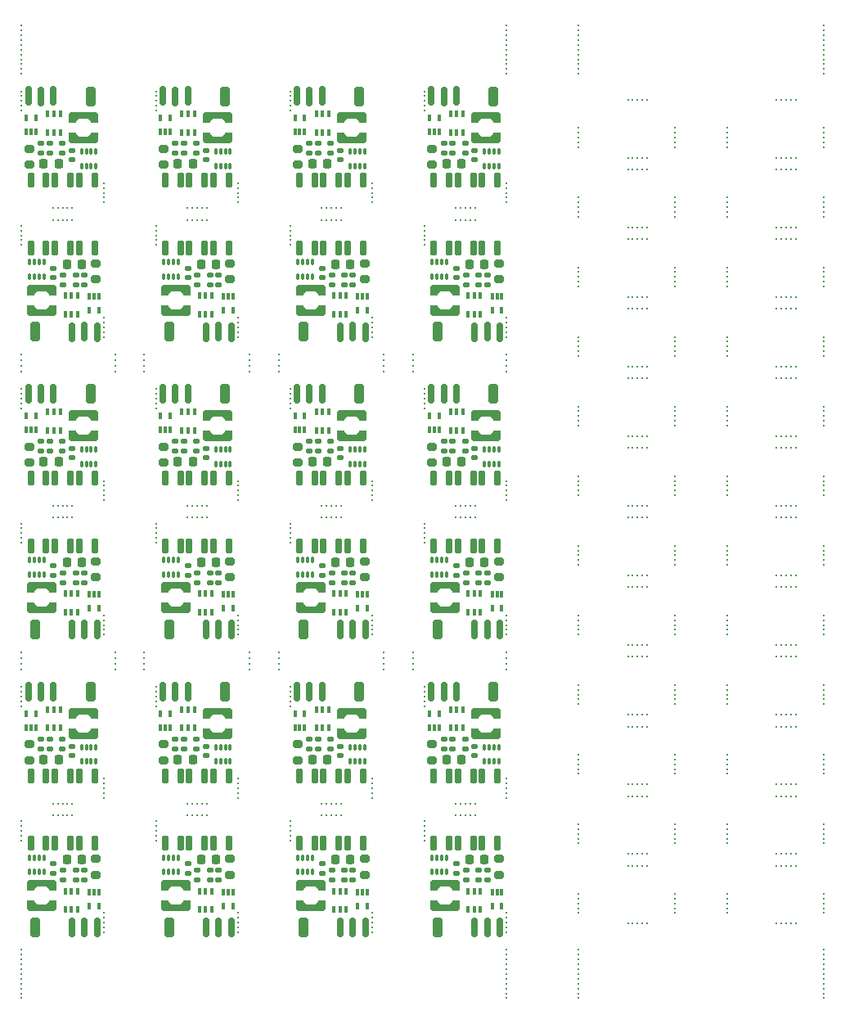
<source format=gbs>
G04 #@! TF.GenerationSoftware,KiCad,Pcbnew,9.0.6-9.0.6~ubuntu24.04.1*
G04 #@! TF.CreationDate,2026-01-11T21:02:37+01:00*
G04 #@! TF.ProjectId,panel,70616e65-6c2e-46b6-9963-61645f706362,rev?*
G04 #@! TF.SameCoordinates,Original*
G04 #@! TF.FileFunction,Soldermask,Bot*
G04 #@! TF.FilePolarity,Negative*
%FSLAX46Y46*%
G04 Gerber Fmt 4.6, Leading zero omitted, Abs format (unit mm)*
G04 Created by KiCad (PCBNEW 9.0.6-9.0.6~ubuntu24.04.1) date 2026-01-11 21:02:37*
%MOMM*%
%LPD*%
G01*
G04 APERTURE LIST*
G04 Aperture macros list*
%AMRoundRect*
0 Rectangle with rounded corners*
0 $1 Rounding radius*
0 $2 $3 $4 $5 $6 $7 $8 $9 X,Y pos of 4 corners*
0 Add a 4 corners polygon primitive as box body*
4,1,4,$2,$3,$4,$5,$6,$7,$8,$9,$2,$3,0*
0 Add four circle primitives for the rounded corners*
1,1,$1+$1,$2,$3*
1,1,$1+$1,$4,$5*
1,1,$1+$1,$6,$7*
1,1,$1+$1,$8,$9*
0 Add four rect primitives between the rounded corners*
20,1,$1+$1,$2,$3,$4,$5,0*
20,1,$1+$1,$4,$5,$6,$7,0*
20,1,$1+$1,$6,$7,$8,$9,0*
20,1,$1+$1,$8,$9,$2,$3,0*%
%AMFreePoly0*
4,1,11,0.760000,0.825000,0.380000,0.510000,0.380000,-0.510000,0.760000,-0.825000,0.760000,-1.525000,-0.125000,-1.525000,-0.380000,-1.270000,-0.380000,1.270000,-0.125000,1.525000,0.760000,1.525000,0.760000,0.825000,0.760000,0.825000,$1*%
G04 Aperture macros list end*
%ADD10C,0.300000*%
%ADD11RoundRect,0.090000X-0.210000X0.660000X-0.210000X-0.660000X0.210000X-0.660000X0.210000X0.660000X0*%
%ADD12FreePoly0,270.000000*%
%ADD13FreePoly0,90.000000*%
%ADD14RoundRect,0.100000X-0.100000X0.225000X-0.100000X-0.225000X0.100000X-0.225000X0.100000X0.225000X0*%
%ADD15RoundRect,0.050000X-0.100000X0.285000X-0.100000X-0.285000X0.100000X-0.285000X0.100000X0.285000X0*%
%ADD16RoundRect,0.175000X-0.175000X-0.825000X0.175000X-0.825000X0.175000X0.825000X-0.175000X0.825000X0*%
%ADD17RoundRect,0.135000X0.185000X-0.135000X0.185000X0.135000X-0.185000X0.135000X-0.185000X-0.135000X0*%
%ADD18RoundRect,0.090000X0.210000X-0.660000X0.210000X0.660000X-0.210000X0.660000X-0.210000X-0.660000X0*%
%ADD19RoundRect,0.200000X-0.275000X0.200000X-0.275000X-0.200000X0.275000X-0.200000X0.275000X0.200000X0*%
%ADD20RoundRect,0.087500X0.087500X-0.250000X0.087500X0.250000X-0.087500X0.250000X-0.087500X-0.250000X0*%
%ADD21RoundRect,0.250000X-0.250000X-0.750000X0.250000X-0.750000X0.250000X0.750000X-0.250000X0.750000X0*%
%ADD22RoundRect,0.087500X-0.087500X0.250000X-0.087500X-0.250000X0.087500X-0.250000X0.087500X0.250000X0*%
%ADD23RoundRect,0.135000X-0.185000X0.135000X-0.185000X-0.135000X0.185000X-0.135000X0.185000X0.135000X0*%
%ADD24RoundRect,0.225000X-0.225000X-0.250000X0.225000X-0.250000X0.225000X0.250000X-0.225000X0.250000X0*%
%ADD25RoundRect,0.100000X0.100000X-0.225000X0.100000X0.225000X-0.100000X0.225000X-0.100000X-0.225000X0*%
%ADD26RoundRect,0.250000X0.250000X0.750000X-0.250000X0.750000X-0.250000X-0.750000X0.250000X-0.750000X0*%
%ADD27RoundRect,0.200000X0.275000X-0.200000X0.275000X0.200000X-0.275000X0.200000X-0.275000X-0.200000X0*%
%ADD28RoundRect,0.175000X0.175000X0.825000X-0.175000X0.825000X-0.175000X-0.825000X0.175000X-0.825000X0*%
%ADD29RoundRect,0.140000X-0.170000X0.140000X-0.170000X-0.140000X0.170000X-0.140000X0.170000X0.140000X0*%
%ADD30RoundRect,0.140000X0.170000X-0.140000X0.170000X0.140000X-0.170000X0.140000X-0.170000X-0.140000X0*%
%ADD31RoundRect,0.050000X0.100000X-0.285000X0.100000X0.285000X-0.100000X0.285000X-0.100000X-0.285000X0*%
%ADD32RoundRect,0.225000X0.225000X0.250000X-0.225000X0.250000X-0.225000X-0.250000X0.225000X-0.250000X0*%
G04 APERTURE END LIST*
D10*
G04 #@! TO.C,KiKit_MB_31_5*
X37250000Y-49700000D03*
G04 #@! TD*
G04 #@! TO.C,KiKit_MB_14_4*
X89200000Y-19300000D03*
G04 #@! TD*
G04 #@! TO.C,KiKit_MB_15_1*
X86350000Y-20900000D03*
G04 #@! TD*
G04 #@! TO.C,KiKit_MB_77_4*
X18900000Y-34000000D03*
G04 #@! TD*
G04 #@! TO.C,KiKit_MB_27_5*
X68950000Y-35300000D03*
G04 #@! TD*
G04 #@! TO.C,KiKit_MB_27_2*
X70450000Y-35300000D03*
G04 #@! TD*
G04 #@! TO.C,KiKit_MB_48_4*
X56400000Y-62500000D03*
G04 #@! TD*
G04 #@! TO.C,KiKit_MB_62_3*
X89200000Y-62000000D03*
G04 #@! TD*
G04 #@! TO.C,KiKit_MB_87_1*
X86350000Y-85700000D03*
G04 #@! TD*
G04 #@! TO.C,KiKit_MB_67_3*
X69950000Y-71300000D03*
G04 #@! TD*
G04 #@! TO.C,KiKit_MB_89_8*
X6200000Y-3500000D03*
G04 #@! TD*
G04 #@! TO.C,KiKit_MB_97_1*
X63800000Y0D03*
G04 #@! TD*
G04 #@! TO.C,KiKit_MB_57_4*
X34000000Y-68900000D03*
G04 #@! TD*
G04 #@! TO.C,KiKit_MB_9_3*
X69950000Y-14900000D03*
G04 #@! TD*
G04 #@! TO.C,KiKit_MB_22_5*
X89200000Y-27000000D03*
G04 #@! TD*
G04 #@! TO.C,KiKit_MB_91_4*
X6200000Y-97100000D03*
G04 #@! TD*
G04 #@! TO.C,KiKit_MB_52_2*
X63800000Y-55300000D03*
G04 #@! TD*
G04 #@! TO.C,KiKit_MB_35_4*
X56400000Y-48600000D03*
G04 #@! TD*
G04 #@! TO.C,KiKit_MB_86_1*
X56400000Y-64800000D03*
G04 #@! TD*
G04 #@! TO.C,KiKit_MB_81_2*
X6200000Y-34600000D03*
G04 #@! TD*
G04 #@! TO.C,KiKit_MB_33_3*
X69950000Y-36500000D03*
G04 #@! TD*
G04 #@! TO.C,KiKit_MB_14_5*
X6200000Y-20700000D03*
G04 #@! TD*
G04 #@! TO.C,KiKit_MB_38_4*
X6200000Y-52000000D03*
G04 #@! TD*
G04 #@! TO.C,KiKit_MB_90_2*
X56400000Y-500000D03*
G04 #@! TD*
G04 #@! TO.C,KiKit_MB_93_3*
X85350000Y-86900000D03*
G04 #@! TD*
G04 #@! TO.C,KiKit_MB_28_2*
X63800000Y-33700000D03*
G04 #@! TD*
G04 #@! TO.C,KiKit_MB_66_5*
X28600000Y-93800000D03*
G04 #@! TD*
G04 #@! TO.C,KiKit_MB_74_1*
X73800000Y-75400000D03*
G04 #@! TD*
G04 #@! TO.C,KiKit_MB_86_4*
X89200000Y-84100000D03*
G04 #@! TD*
G04 #@! TO.C,KiKit_MB_100_11*
X89200000Y-100600000D03*
G04 #@! TD*
G04 #@! TO.C,KiKit_MB_42_4*
X73800000Y-48100000D03*
G04 #@! TD*
G04 #@! TO.C,KiKit_MB_95_2*
X85850000Y-92900000D03*
G04 #@! TD*
G04 #@! TO.C,KiKit_MB_39_2*
X14700000Y-61500000D03*
G04 #@! TD*
G04 #@! TO.C,KiKit_MB_57_5*
X34000000Y-68400000D03*
G04 #@! TD*
G04 #@! TO.C,KiKit_MB_70_3*
X89200000Y-69200000D03*
G04 #@! TD*
G04 #@! TO.C,KiKit_MB_90_10*
X56400000Y-4500000D03*
G04 #@! TD*
G04 #@! TO.C,KiKit_MB_89_7*
X6200000Y-3000000D03*
G04 #@! TD*
G04 #@! TO.C,KiKit_MB_85_4*
X85850000Y-79700000D03*
G04 #@! TD*
G04 #@! TO.C,KiKit_MB_39_3*
X14700000Y-62000000D03*
G04 #@! TD*
G04 #@! TO.C,KiKit_MB_3_3*
X6200000Y-7800000D03*
G04 #@! TD*
G04 #@! TO.C,KiKit_MB_77_2*
X18900000Y-35200000D03*
G04 #@! TD*
G04 #@! TO.C,KiKit_MB_55_5*
X37250000Y-80500000D03*
G04 #@! TD*
G04 #@! TO.C,KiKit_MB_13_2*
X84850000Y-14900000D03*
G04 #@! TD*
G04 #@! TO.C,KiKit_MB_20_1*
X63800000Y-27000000D03*
G04 #@! TD*
G04 #@! TO.C,KiKit_MB_92_6*
X56400000Y-98100000D03*
G04 #@! TD*
G04 #@! TO.C,KiKit_MB_46_2*
X89200000Y-47100000D03*
G04 #@! TD*
G04 #@! TO.C,KiKit_MB_66_2*
X28600000Y-92300000D03*
G04 #@! TD*
G04 #@! TO.C,KiKit_MB_2_4*
X14700000Y-17800000D03*
G04 #@! TD*
G04 #@! TO.C,KiKit_MB_37_3*
X10450000Y-50900000D03*
G04 #@! TD*
G04 #@! TO.C,KiKit_MB_8_1*
X79200000Y-12600000D03*
G04 #@! TD*
G04 #@! TO.C,KiKit_MB_46_2*
X51650000Y-50900000D03*
G04 #@! TD*
G04 #@! TO.C,KiKit_MB_11_2*
X70450000Y-20900000D03*
G04 #@! TD*
G04 #@! TO.C,KiKit_MB_10_1*
X73800000Y-17800000D03*
G04 #@! TD*
G04 #@! TO.C,KiKit_MB_13_5*
X11450000Y-20100000D03*
G04 #@! TD*
G04 #@! TO.C,KiKit_MB_92_2*
X63800000Y-91300000D03*
G04 #@! TD*
G04 #@! TO.C,KiKit_MB_57_4*
X70450000Y-58100000D03*
G04 #@! TD*
G04 #@! TO.C,KiKit_MB_64_1*
X23350000Y-81700000D03*
G04 #@! TD*
G04 #@! TO.C,KiKit_MB_100_10*
X89200000Y-100100000D03*
G04 #@! TD*
G04 #@! TO.C,KiKit_MB_87_4*
X32800000Y-64800000D03*
G04 #@! TD*
G04 #@! TO.C,KiKit_MB_61_2*
X9950000Y-81700000D03*
G04 #@! TD*
G04 #@! TO.C,KiKit_MB_34_5*
X51150000Y-49700000D03*
G04 #@! TD*
G04 #@! TO.C,KiKit_MB_91_8*
X6200000Y-99100000D03*
G04 #@! TD*
G04 #@! TO.C,KiKit_MB_78_4*
X89200000Y-76900000D03*
G04 #@! TD*
G04 #@! TO.C,KiKit_MB_8_4*
X79200000Y-11100000D03*
G04 #@! TD*
G04 #@! TO.C,KiKit_MB_45_4*
X85850000Y-43700000D03*
G04 #@! TD*
G04 #@! TO.C,KiKit_MB_4_3*
X24350000Y-18900000D03*
G04 #@! TD*
G04 #@! TO.C,KiKit_MB_35_4*
X69450000Y-42500000D03*
G04 #@! TD*
G04 #@! TO.C,KiKit_MB_61_4*
X10950000Y-81700000D03*
G04 #@! TD*
G04 #@! TO.C,KiKit_MB_100_8*
X89200000Y-99100000D03*
G04 #@! TD*
G04 #@! TO.C,KiKit_MB_59_3*
X56400000Y-78900000D03*
G04 #@! TD*
G04 #@! TO.C,KiKit_MB_19_5*
X39250000Y-20100000D03*
G04 #@! TD*
G04 #@! TO.C,KiKit_MB_46_1*
X51150000Y-50900000D03*
G04 #@! TD*
G04 #@! TO.C,KiKit_MB_9_1*
X68950000Y-14900000D03*
G04 #@! TD*
G04 #@! TO.C,KiKit_MB_13_3*
X10450000Y-20100000D03*
G04 #@! TD*
G04 #@! TO.C,KiKit_MB_56_4*
X79200000Y-54300000D03*
G04 #@! TD*
G04 #@! TO.C,KiKit_MB_45_2*
X84850000Y-43700000D03*
G04 #@! TD*
G04 #@! TO.C,KiKit_MB_10_5*
X51150000Y-18900000D03*
G04 #@! TD*
G04 #@! TO.C,KiKit_MB_66_3*
X28600000Y-92800000D03*
G04 #@! TD*
G04 #@! TO.C,KiKit_MB_61_1*
X84350000Y-58100000D03*
G04 #@! TD*
G04 #@! TO.C,KiKit_MB_91_9*
X6200000Y-99600000D03*
G04 #@! TD*
G04 #@! TO.C,KiKit_MB_90_9*
X56400000Y-4000000D03*
G04 #@! TD*
G04 #@! TO.C,KiKit_MB_85_1*
X84350000Y-79700000D03*
G04 #@! TD*
G04 #@! TO.C,KiKit_MB_35_2*
X56400000Y-47600000D03*
G04 #@! TD*
G04 #@! TO.C,KiKit_MB_49_4*
X70450000Y-50900000D03*
G04 #@! TD*
G04 #@! TO.C,KiKit_MB_22_3*
X52150000Y-20100000D03*
G04 #@! TD*
G04 #@! TO.C,KiKit_MB_60_5*
X63800000Y-61000000D03*
G04 #@! TD*
G04 #@! TO.C,KiKit_MB_56_4*
X42500000Y-79400000D03*
G04 #@! TD*
G04 #@! TO.C,KiKit_MB_33_1*
X68950000Y-36500000D03*
G04 #@! TD*
G04 #@! TO.C,KiKit_MB_51_5*
X6200000Y-68400000D03*
G04 #@! TD*
G04 #@! TO.C,KiKit_MB_30_4*
X89200000Y-33700000D03*
G04 #@! TD*
G04 #@! TO.C,KiKit_MB_17_4*
X20100000Y-21200000D03*
G04 #@! TD*
G04 #@! TO.C,KiKit_MB_91_5*
X6200000Y-97600000D03*
G04 #@! TD*
G04 #@! TO.C,KiKit_MB_34_3*
X73800000Y-40400000D03*
G04 #@! TD*
G04 #@! TO.C,KiKit_MB_47_2*
X85850000Y-49700000D03*
G04 #@! TD*
G04 #@! TO.C,KiKit_MB_50_4*
X14700000Y-79400000D03*
G04 #@! TD*
G04 #@! TO.C,KiKit_MB_6_5*
X20100000Y-6800000D03*
G04 #@! TD*
G04 #@! TO.C,KiKit_MB_57_1*
X68950000Y-58100000D03*
G04 #@! TD*
G04 #@! TO.C,KiKit_MB_36_5*
X47900000Y-37600000D03*
G04 #@! TD*
G04 #@! TO.C,KiKit_MB_70_1*
X51150000Y-81700000D03*
G04 #@! TD*
G04 #@! TO.C,KiKit_MB_73_5*
X70950000Y-72500000D03*
G04 #@! TD*
G04 #@! TO.C,KiKit_MB_72_5*
X79200000Y-68200000D03*
G04 #@! TD*
G04 #@! TO.C,KiKit_MB_72_3*
X79200000Y-69200000D03*
G04 #@! TD*
G04 #@! TO.C,KiKit_MB_60_5*
X47900000Y-68400000D03*
G04 #@! TD*
G04 #@! TO.C,KiKit_MB_23_2*
X47900000Y-22200000D03*
G04 #@! TD*
G04 #@! TO.C,KiKit_MB_53_4*
X28600000Y-79400000D03*
G04 #@! TD*
G04 #@! TO.C,KiKit_MB_28_5*
X23350000Y-49700000D03*
G04 #@! TD*
G04 #@! TO.C,KiKit_MB_39_1*
X14700000Y-61000000D03*
G04 #@! TD*
G04 #@! TO.C,KiKit_MB_86_5*
X89200000Y-84600000D03*
G04 #@! TD*
G04 #@! TO.C,KiKit_MB_13_2*
X9950000Y-20100000D03*
G04 #@! TD*
G04 #@! TO.C,KiKit_MB_70_5*
X89200000Y-70200000D03*
G04 #@! TD*
G04 #@! TO.C,KiKit_MB_35_5*
X68950000Y-42500000D03*
G04 #@! TD*
G04 #@! TO.C,KiKit_MB_54_5*
X20100000Y-68400000D03*
G04 #@! TD*
G04 #@! TO.C,KiKit_MB_40_1*
X23350000Y-50900000D03*
G04 #@! TD*
G04 #@! TO.C,KiKit_MB_17_2*
X20100000Y-22200000D03*
G04 #@! TD*
G04 #@! TO.C,KiKit_MB_75_4*
X6200000Y-66600000D03*
G04 #@! TD*
G04 #@! TO.C,KiKit_MB_33_4*
X70450000Y-36500000D03*
G04 #@! TD*
G04 #@! TO.C,KiKit_MB_91_4*
X69450000Y-92900000D03*
G04 #@! TD*
G04 #@! TO.C,KiKit_MB_33_5*
X70950000Y-36500000D03*
G04 #@! TD*
G04 #@! TO.C,KiKit_MB_27_5*
X6200000Y-37600000D03*
G04 #@! TD*
G04 #@! TO.C,KiKit_MB_30_3*
X20100000Y-38600000D03*
G04 #@! TD*
G04 #@! TO.C,KiKit_MB_39_3*
X85350000Y-42500000D03*
G04 #@! TD*
G04 #@! TO.C,KiKit_MB_74_3*
X29800000Y-66000000D03*
G04 #@! TD*
G04 #@! TO.C,KiKit_MB_61_3*
X10450000Y-81700000D03*
G04 #@! TD*
G04 #@! TO.C,KiKit_MB_63_1*
X86350000Y-64100000D03*
G04 #@! TD*
G04 #@! TO.C,KiKit_MB_22_2*
X89200000Y-25500000D03*
G04 #@! TD*
G04 #@! TO.C,KiKit_MB_68_3*
X63800000Y-69200000D03*
G04 #@! TD*
G04 #@! TO.C,KiKit_MB_52_5*
X63800000Y-53800000D03*
G04 #@! TD*
G04 #@! TO.C,KiKit_MB_4_3*
X63800000Y-11600000D03*
G04 #@! TD*
G04 #@! TO.C,KiKit_MB_40_1*
X79200000Y-41400000D03*
G04 #@! TD*
G04 #@! TO.C,KiKit_MB_49_5*
X70950000Y-50900000D03*
G04 #@! TD*
G04 #@! TO.C,KiKit_MB_43_4*
X69450000Y-49700000D03*
G04 #@! TD*
G04 #@! TO.C,KiKit_MB_1_5*
X70950000Y-7700000D03*
G04 #@! TD*
G04 #@! TO.C,KiKit_MB_72_4*
X56400000Y-93300000D03*
G04 #@! TD*
G04 #@! TO.C,KiKit_MB_32_5*
X79200000Y-32200000D03*
G04 #@! TD*
G04 #@! TO.C,KiKit_MB_1_1*
X11450000Y-18900000D03*
G04 #@! TD*
G04 #@! TO.C,KiKit_MB_17_3*
X69950000Y-22100000D03*
G04 #@! TD*
G04 #@! TO.C,KiKit_MB_12_1*
X63800000Y-19800000D03*
G04 #@! TD*
G04 #@! TO.C,KiKit_MB_56_3*
X42500000Y-78900000D03*
G04 #@! TD*
G04 #@! TO.C,KiKit_MB_15_1*
X14700000Y-30200000D03*
G04 #@! TD*
G04 #@! TO.C,KiKit_MB_76_1*
X15900000Y-64800000D03*
G04 #@! TD*
G04 #@! TO.C,KiKit_MB_89_3*
X6200000Y-1000000D03*
G04 #@! TD*
G04 #@! TO.C,KiKit_MB_38_5*
X89200000Y-41400000D03*
G04 #@! TD*
G04 #@! TO.C,KiKit_MB_28_5*
X63800000Y-32200000D03*
G04 #@! TD*
G04 #@! TO.C,KiKit_MB_8_3*
X42500000Y-17300000D03*
G04 #@! TD*
G04 #@! TO.C,KiKit_MB_41_1*
X20100000Y-53500000D03*
G04 #@! TD*
G04 #@! TO.C,KiKit_MB_39_5*
X84350000Y-42500000D03*
G04 #@! TD*
G04 #@! TO.C,KiKit_MB_64_5*
X25350000Y-81700000D03*
G04 #@! TD*
G04 #@! TO.C,KiKit_MB_64_3*
X24350000Y-81700000D03*
G04 #@! TD*
G04 #@! TO.C,KiKit_MB_65_1*
X68950000Y-65300000D03*
G04 #@! TD*
G04 #@! TO.C,KiKit_MB_99_6*
X63800000Y-98100000D03*
G04 #@! TD*
G04 #@! TO.C,KiKit_MB_54_1*
X89200000Y-53800000D03*
G04 #@! TD*
G04 #@! TO.C,KiKit_MB_97_8*
X63800000Y-3500000D03*
G04 #@! TD*
G04 #@! TO.C,KiKit_MB_36_4*
X47900000Y-38100000D03*
G04 #@! TD*
G04 #@! TO.C,KiKit_MB_32_3*
X79200000Y-33200000D03*
G04 #@! TD*
G04 #@! TO.C,KiKit_MB_7_4*
X37750000Y-18900000D03*
G04 #@! TD*
G04 #@! TO.C,KiKit_MB_27_1*
X6200000Y-39600000D03*
G04 #@! TD*
G04 #@! TO.C,KiKit_MB_66_1*
X28600000Y-91800000D03*
G04 #@! TD*
G04 #@! TO.C,KiKit_MB_52_3*
X63800000Y-54800000D03*
G04 #@! TD*
G04 #@! TO.C,KiKit_MB_71_3*
X85350000Y-71300000D03*
G04 #@! TD*
G04 #@! TO.C,KiKit_MB_18_2*
X28600000Y-30700000D03*
G04 #@! TD*
G04 #@! TO.C,KiKit_MB_42_2*
X73800000Y-47100000D03*
G04 #@! TD*
G04 #@! TO.C,KiKit_MB_28_3*
X24350000Y-49700000D03*
G04 #@! TD*
G04 #@! TO.C,KiKit_MB_54_4*
X89200000Y-55300000D03*
G04 #@! TD*
G04 #@! TO.C,KiKit_MB_78_1*
X89200000Y-75400000D03*
G04 #@! TD*
G04 #@! TO.C,KiKit_MB_64_4*
X79200000Y-61500000D03*
G04 #@! TD*
G04 #@! TO.C,KiKit_MB_37_2*
X84850000Y-36500000D03*
G04 #@! TD*
G04 #@! TO.C,KiKit_MB_86_2*
X56400000Y-65400000D03*
G04 #@! TD*
G04 #@! TO.C,KiKit_MB_78_3*
X89200000Y-76400000D03*
G04 #@! TD*
G04 #@! TO.C,KiKit_MB_36_4*
X63800000Y-39900000D03*
G04 #@! TD*
G04 #@! TO.C,KiKit_MB_3_2*
X6200000Y-8300000D03*
G04 #@! TD*
G04 #@! TO.C,KiKit_MB_83_4*
X69450000Y-85700000D03*
G04 #@! TD*
G04 #@! TO.C,KiKit_MB_29_3*
X28600000Y-48100000D03*
G04 #@! TD*
G04 #@! TO.C,KiKit_MB_74_4*
X29800000Y-66600000D03*
G04 #@! TD*
G04 #@! TO.C,KiKit_MB_5_5*
X28600000Y-18300000D03*
G04 #@! TD*
G04 #@! TO.C,KiKit_MB_78_2*
X29800000Y-34600000D03*
G04 #@! TD*
G04 #@! TO.C,KiKit_MB_57_2*
X69450000Y-58100000D03*
G04 #@! TD*
G04 #@! TO.C,KiKit_MB_96_4*
X79200000Y-90300000D03*
G04 #@! TD*
G04 #@! TO.C,KiKit_MB_90_6*
X56400000Y-2500000D03*
G04 #@! TD*
G04 #@! TO.C,KiKit_MB_66_2*
X73800000Y-68700000D03*
G04 #@! TD*
G04 #@! TO.C,KiKit_MB_49_3*
X10450000Y-80500000D03*
G04 #@! TD*
G04 #@! TO.C,KiKit_MB_22_5*
X53150000Y-20100000D03*
G04 #@! TD*
G04 #@! TO.C,KiKit_MB_43_2*
X70450000Y-49700000D03*
G04 #@! TD*
G04 #@! TO.C,KiKit_MB_49_4*
X9950000Y-80500000D03*
G04 #@! TD*
G04 #@! TO.C,KiKit_MB_14_3*
X6200000Y-21700000D03*
G04 #@! TD*
G04 #@! TO.C,KiKit_MB_88_1*
X79200000Y-84600000D03*
G04 #@! TD*
G04 #@! TO.C,KiKit_MB_10_1*
X53150000Y-18900000D03*
G04 #@! TD*
G04 #@! TO.C,KiKit_MB_55_3*
X38250000Y-80500000D03*
G04 #@! TD*
G04 #@! TO.C,KiKit_MB_84_1*
X63800000Y-84600000D03*
G04 #@! TD*
G04 #@! TO.C,KiKit_MB_50_2*
X14700000Y-78400000D03*
G04 #@! TD*
G04 #@! TO.C,KiKit_MB_38_3*
X6200000Y-52500000D03*
G04 #@! TD*
G04 #@! TO.C,KiKit_MB_96_5*
X79200000Y-89800000D03*
G04 #@! TD*
G04 #@! TO.C,KiKit_MB_30_3*
X89200000Y-33200000D03*
G04 #@! TD*
G04 #@! TO.C,KiKit_MB_19_3*
X38250000Y-20100000D03*
G04 #@! TD*
G04 #@! TO.C,KiKit_MB_89_5*
X70950000Y-86900000D03*
G04 #@! TD*
G04 #@! TO.C,KiKit_MB_35_5*
X56400000Y-49100000D03*
G04 #@! TD*
G04 #@! TO.C,KiKit_MB_50_1*
X73800000Y-53800000D03*
G04 #@! TD*
G04 #@! TO.C,KiKit_MB_71_4*
X47900000Y-82800000D03*
G04 #@! TD*
G04 #@! TO.C,KiKit_MB_33_2*
X69450000Y-36500000D03*
G04 #@! TD*
G04 #@! TO.C,KiKit_MB_88_1*
X43700000Y-64800000D03*
G04 #@! TD*
G04 #@! TO.C,KiKit_MB_72_1*
X56400000Y-91800000D03*
G04 #@! TD*
G04 #@! TO.C,KiKit_MB_62_1*
X6200000Y-84300000D03*
G04 #@! TD*
G04 #@! TO.C,KiKit_MB_98_6*
X89200000Y-2500000D03*
G04 #@! TD*
G04 #@! TO.C,KiKit_MB_26_1*
X73800000Y-32200000D03*
G04 #@! TD*
G04 #@! TO.C,KiKit_MB_60_4*
X63800000Y-61500000D03*
G04 #@! TD*
G04 #@! TO.C,KiKit_MB_50_5*
X73800000Y-55800000D03*
G04 #@! TD*
G04 #@! TO.C,KiKit_MB_1_2*
X69450000Y-7700000D03*
G04 #@! TD*
G04 #@! TO.C,KiKit_MB_18_3*
X73800000Y-26000000D03*
G04 #@! TD*
G04 #@! TO.C,KiKit_MB_52_4*
X23850000Y-80500000D03*
G04 #@! TD*
G04 #@! TO.C,KiKit_MB_19_4*
X69450000Y-28100000D03*
G04 #@! TD*
G04 #@! TO.C,KiKit_MB_15_5*
X14700000Y-32200000D03*
G04 #@! TD*
G04 #@! TO.C,KiKit_MB_58_4*
X73800000Y-62500000D03*
G04 #@! TD*
G04 #@! TO.C,KiKit_MB_21_2*
X42500000Y-30700000D03*
G04 #@! TD*
G04 #@! TO.C,KiKit_MB_67_1*
X37250000Y-81700000D03*
G04 #@! TD*
G04 #@! TO.C,KiKit_MB_9_2*
X69450000Y-14900000D03*
G04 #@! TD*
G04 #@! TO.C,KiKit_MB_66_5*
X73800000Y-70200000D03*
G04 #@! TD*
G04 #@! TO.C,KiKit_MB_11_5*
X56400000Y-18300000D03*
G04 #@! TD*
G04 #@! TO.C,KiKit_MB_55_2*
X38750000Y-80500000D03*
G04 #@! TD*
G04 #@! TO.C,KiKit_MB_34_4*
X51650000Y-49700000D03*
G04 #@! TD*
G04 #@! TO.C,KiKit_MB_13_4*
X10950000Y-20100000D03*
G04 #@! TD*
G04 #@! TO.C,KiKit_MB_82_1*
X73800000Y-82600000D03*
G04 #@! TD*
G04 #@! TO.C,KiKit_MB_5_3*
X85350000Y-7700000D03*
G04 #@! TD*
G04 #@! TO.C,KiKit_MB_80_4*
X79200000Y-75900000D03*
G04 #@! TD*
G04 #@! TO.C,KiKit_MB_51_3*
X6200000Y-69400000D03*
G04 #@! TD*
G04 #@! TO.C,KiKit_MB_16_5*
X79200000Y-17800000D03*
G04 #@! TD*
G04 #@! TO.C,KiKit_MB_65_5*
X70950000Y-65300000D03*
G04 #@! TD*
G04 #@! TO.C,KiKit_MB_81_3*
X69950000Y-79700000D03*
G04 #@! TD*
G04 #@! TO.C,KiKit_MB_58_2*
X73800000Y-61500000D03*
G04 #@! TD*
G04 #@! TO.C,KiKit_MB_73_4*
X18900000Y-64800000D03*
G04 #@! TD*
G04 #@! TO.C,KiKit_MB_82_5*
X73800000Y-84600000D03*
G04 #@! TD*
G04 #@! TO.C,KiKit_MB_22_4*
X52650000Y-20100000D03*
G04 #@! TD*
G04 #@! TO.C,KiKit_MB_34_1*
X53150000Y-49700000D03*
G04 #@! TD*
G04 #@! TO.C,KiKit_MB_89_2*
X6200000Y-500000D03*
G04 #@! TD*
G04 #@! TO.C,KiKit_MB_60_2*
X47900000Y-69900000D03*
G04 #@! TD*
G04 #@! TO.C,KiKit_MB_42_4*
X28600000Y-62500000D03*
G04 #@! TD*
G04 #@! TO.C,KiKit_MB_67_4*
X69450000Y-71300000D03*
G04 #@! TD*
G04 #@! TO.C,KiKit_MB_25_5*
X70950000Y-29300000D03*
G04 #@! TD*
G04 #@! TO.C,KiKit_MB_99_9*
X63800000Y-99600000D03*
G04 #@! TD*
G04 #@! TO.C,KiKit_MB_28_2*
X24850000Y-49700000D03*
G04 #@! TD*
G04 #@! TO.C,KiKit_MB_25_3*
X69950000Y-29300000D03*
G04 #@! TD*
G04 #@! TO.C,KiKit_MB_83_2*
X32800000Y-35200000D03*
G04 #@! TD*
G04 #@! TO.C,KiKit_MB_92_3*
X56400000Y-96600000D03*
G04 #@! TD*
G04 #@! TO.C,KiKit_MB_84_3*
X43700000Y-35200000D03*
G04 #@! TD*
G04 #@! TO.C,KiKit_MB_83_1*
X32800000Y-35800000D03*
G04 #@! TD*
G04 #@! TO.C,KiKit_MB_75_3*
X6200000Y-66000000D03*
G04 #@! TD*
G04 #@! TO.C,KiKit_MB_44_5*
X63800000Y-46600000D03*
G04 #@! TD*
G04 #@! TO.C,KiKit_MB_99_5*
X63800000Y-97600000D03*
G04 #@! TD*
G04 #@! TO.C,KiKit_MB_51_2*
X70450000Y-56900000D03*
G04 #@! TD*
G04 #@! TO.C,KiKit_MB_31_1*
X39250000Y-49700000D03*
G04 #@! TD*
G04 #@! TO.C,KiKit_MB_29_5*
X86350000Y-29300000D03*
G04 #@! TD*
G04 #@! TO.C,KiKit_MB_79_1*
X86350000Y-78500000D03*
G04 #@! TD*
G04 #@! TO.C,KiKit_MB_50_4*
X73800000Y-55300000D03*
G04 #@! TD*
G04 #@! TO.C,KiKit_MB_73_2*
X18900000Y-66000000D03*
G04 #@! TD*
G04 #@! TO.C,KiKit_MB_69_2*
X42500000Y-92300000D03*
G04 #@! TD*
G04 #@! TO.C,KiKit_MB_12_4*
X47900000Y-7300000D03*
G04 #@! TD*
G04 #@! TO.C,KiKit_MB_87_2*
X85850000Y-85700000D03*
G04 #@! TD*
G04 #@! TO.C,KiKit_MB_62_2*
X6200000Y-83800000D03*
G04 #@! TD*
G04 #@! TO.C,KiKit_MB_75_4*
X69450000Y-78500000D03*
G04 #@! TD*
G04 #@! TO.C,KiKit_MB_69_4*
X42500000Y-93300000D03*
G04 #@! TD*
G04 #@! TO.C,KiKit_MB_70_4*
X89200000Y-69700000D03*
G04 #@! TD*
G04 #@! TO.C,KiKit_MB_86_3*
X56400000Y-66000000D03*
G04 #@! TD*
G04 #@! TO.C,KiKit_MB_68_5*
X63800000Y-68200000D03*
G04 #@! TD*
G04 #@! TO.C,KiKit_MB_97_6*
X63800000Y-2500000D03*
G04 #@! TD*
G04 #@! TO.C,KiKit_MB_4_4*
X23850000Y-18900000D03*
G04 #@! TD*
G04 #@! TO.C,KiKit_MB_59_5*
X56400000Y-79900000D03*
G04 #@! TD*
G04 #@! TO.C,KiKit_MB_30_1*
X20100000Y-39600000D03*
G04 #@! TD*
G04 #@! TO.C,KiKit_MB_57_2*
X34000000Y-69900000D03*
G04 #@! TD*
G04 #@! TO.C,KiKit_MB_68_4*
X63800000Y-68700000D03*
G04 #@! TD*
G04 #@! TO.C,KiKit_MB_26_5*
X73800000Y-34200000D03*
G04 #@! TD*
G04 #@! TO.C,KiKit_MB_12_3*
X63800000Y-18800000D03*
G04 #@! TD*
G04 #@! TO.C,KiKit_MB_35_1*
X56400000Y-47100000D03*
G04 #@! TD*
G04 #@! TO.C,KiKit_MB_92_9*
X56400000Y-99600000D03*
G04 #@! TD*
G04 #@! TO.C,KiKit_MB_35_3*
X69950000Y-42500000D03*
G04 #@! TD*
G04 #@! TO.C,KiKit_MB_73_1*
X68950000Y-72500000D03*
G04 #@! TD*
G04 #@! TO.C,KiKit_MB_32_2*
X42500000Y-47600000D03*
G04 #@! TD*
G04 #@! TO.C,KiKit_MB_76_4*
X63800000Y-75900000D03*
G04 #@! TD*
G04 #@! TO.C,KiKit_MB_94_4*
X89200000Y-91300000D03*
G04 #@! TD*
G04 #@! TO.C,KiKit_MB_16_1*
X79200000Y-19800000D03*
G04 #@! TD*
G04 #@! TO.C,KiKit_MB_96_3*
X79200000Y-90800000D03*
G04 #@! TD*
G04 #@! TO.C,KiKit_MB_34_2*
X73800000Y-39900000D03*
G04 #@! TD*
G04 #@! TO.C,KiKit_MB_47_1*
X86350000Y-49700000D03*
G04 #@! TD*
G04 #@! TO.C,KiKit_MB_77_4*
X85850000Y-72500000D03*
G04 #@! TD*
G04 #@! TO.C,KiKit_MB_97_2*
X63800000Y-500000D03*
G04 #@! TD*
G04 #@! TO.C,KiKit_MB_55_1*
X39250000Y-80500000D03*
G04 #@! TD*
G04 #@! TO.C,KiKit_MB_46_5*
X53150000Y-50900000D03*
G04 #@! TD*
G04 #@! TO.C,KiKit_MB_87_3*
X85350000Y-85700000D03*
G04 #@! TD*
G04 #@! TO.C,KiKit_MB_51_3*
X69950000Y-56900000D03*
G04 #@! TD*
G04 #@! TO.C,KiKit_MB_61_4*
X85850000Y-58100000D03*
G04 #@! TD*
G04 #@! TO.C,KiKit_MB_100_5*
X89200000Y-97600000D03*
G04 #@! TD*
G04 #@! TO.C,KiKit_MB_97_7*
X63800000Y-3000000D03*
G04 #@! TD*
G04 #@! TO.C,KiKit_MB_53_4*
X85850000Y-50900000D03*
G04 #@! TD*
G04 #@! TO.C,KiKit_MB_80_2*
X79200000Y-76900000D03*
G04 #@! TD*
G04 #@! TO.C,KiKit_MB_64_1*
X79200000Y-63000000D03*
G04 #@! TD*
G04 #@! TO.C,KiKit_MB_48_4*
X79200000Y-47100000D03*
G04 #@! TD*
G04 #@! TO.C,KiKit_MB_5_4*
X85850000Y-7700000D03*
G04 #@! TD*
G04 #@! TO.C,KiKit_MB_81_2*
X69450000Y-79700000D03*
G04 #@! TD*
G04 #@! TO.C,KiKit_MB_5_2*
X84850000Y-7700000D03*
G04 #@! TD*
G04 #@! TO.C,KiKit_MB_19_5*
X68950000Y-28100000D03*
G04 #@! TD*
G04 #@! TO.C,KiKit_MB_83_5*
X68950000Y-85700000D03*
G04 #@! TD*
G04 #@! TO.C,KiKit_MB_68_4*
X34000000Y-82800000D03*
G04 #@! TD*
G04 #@! TO.C,KiKit_MB_88_3*
X43700000Y-66000000D03*
G04 #@! TD*
G04 #@! TO.C,KiKit_MB_62_4*
X89200000Y-62500000D03*
G04 #@! TD*
G04 #@! TO.C,KiKit_MB_55_4*
X37750000Y-80500000D03*
G04 #@! TD*
G04 #@! TO.C,KiKit_MB_37_3*
X85350000Y-36500000D03*
G04 #@! TD*
G04 #@! TO.C,KiKit_MB_73_2*
X69450000Y-72500000D03*
G04 #@! TD*
G04 #@! TO.C,KiKit_MB_79_3*
X85350000Y-78500000D03*
G04 #@! TD*
G04 #@! TO.C,KiKit_MB_55_4*
X84850000Y-56900000D03*
G04 #@! TD*
G04 #@! TO.C,KiKit_MB_51_4*
X6200000Y-68900000D03*
G04 #@! TD*
G04 #@! TO.C,KiKit_MB_94_1*
X89200000Y-89800000D03*
G04 #@! TD*
G04 #@! TO.C,KiKit_MB_8_5*
X79200000Y-10600000D03*
G04 #@! TD*
G04 #@! TO.C,KiKit_MB_43_4*
X38750000Y-50900000D03*
G04 #@! TD*
G04 #@! TO.C,KiKit_MB_76_5*
X63800000Y-75400000D03*
G04 #@! TD*
G04 #@! TO.C,KiKit_MB_36_3*
X47900000Y-38600000D03*
G04 #@! TD*
G04 #@! TO.C,KiKit_MB_85_3*
X85350000Y-79700000D03*
G04 #@! TD*
G04 #@! TO.C,KiKit_MB_91_2*
X6200000Y-96100000D03*
G04 #@! TD*
G04 #@! TO.C,KiKit_MB_20_4*
X63800000Y-25500000D03*
G04 #@! TD*
G04 #@! TO.C,KiKit_MB_50_1*
X14700000Y-77900000D03*
G04 #@! TD*
G04 #@! TO.C,KiKit_MB_71_2*
X47900000Y-83800000D03*
G04 #@! TD*
G04 #@! TO.C,KiKit_MB_46_4*
X52650000Y-50900000D03*
G04 #@! TD*
G04 #@! TO.C,KiKit_MB_15_4*
X84850000Y-20900000D03*
G04 #@! TD*
G04 #@! TO.C,KiKit_MB_99_1*
X63800000Y-95600000D03*
G04 #@! TD*
G04 #@! TO.C,KiKit_MB_7_1*
X86350000Y-13700000D03*
G04 #@! TD*
G04 #@! TO.C,KiKit_MB_64_3*
X79200000Y-62000000D03*
G04 #@! TD*
G04 #@! TO.C,KiKit_MB_20_3*
X34000000Y-21700000D03*
G04 #@! TD*
G04 #@! TO.C,KiKit_MB_78_5*
X89200000Y-77400000D03*
G04 #@! TD*
G04 #@! TO.C,KiKit_MB_11_2*
X56400000Y-16800000D03*
G04 #@! TD*
G04 #@! TO.C,KiKit_MB_80_5*
X79200000Y-75400000D03*
G04 #@! TD*
G04 #@! TO.C,KiKit_MB_89_5*
X6200000Y-2000000D03*
G04 #@! TD*
G04 #@! TO.C,KiKit_MB_21_4*
X85850000Y-22100000D03*
G04 #@! TD*
G04 #@! TO.C,KiKit_MB_46_4*
X89200000Y-48100000D03*
G04 #@! TD*
G04 #@! TO.C,KiKit_MB_6_4*
X89200000Y-12100000D03*
G04 #@! TD*
G04 #@! TO.C,KiKit_MB_79_2*
X46700000Y-35200000D03*
G04 #@! TD*
G04 #@! TO.C,KiKit_MB_53_5*
X86350000Y-50900000D03*
G04 #@! TD*
G04 #@! TO.C,KiKit_MB_2_5*
X14700000Y-18300000D03*
G04 #@! TD*
G04 #@! TO.C,KiKit_MB_40_2*
X79200000Y-40900000D03*
G04 #@! TD*
G04 #@! TO.C,KiKit_MB_14_2*
X6200000Y-22200000D03*
G04 #@! TD*
G04 #@! TO.C,KiKit_MB_66_1*
X73800000Y-68200000D03*
G04 #@! TD*
G04 #@! TO.C,KiKit_MB_26_1*
X14700000Y-47100000D03*
G04 #@! TD*
G04 #@! TO.C,KiKit_MB_41_5*
X20100000Y-51500000D03*
G04 #@! TD*
G04 #@! TO.C,KiKit_MB_4_2*
X63800000Y-12100000D03*
G04 #@! TD*
G04 #@! TO.C,KiKit_MB_43_5*
X39250000Y-50900000D03*
G04 #@! TD*
G04 #@! TO.C,KiKit_MB_38_4*
X89200000Y-40900000D03*
G04 #@! TD*
G04 #@! TO.C,KiKit_MB_12_1*
X47900000Y-8800000D03*
G04 #@! TD*
G04 #@! TO.C,KiKit_MB_25_4*
X9950000Y-49700000D03*
G04 #@! TD*
G04 #@! TO.C,KiKit_MB_44_4*
X63800000Y-47100000D03*
G04 #@! TD*
G04 #@! TO.C,KiKit_MB_30_2*
X20100000Y-39100000D03*
G04 #@! TD*
G04 #@! TO.C,KiKit_MB_41_1*
X68950000Y-43700000D03*
G04 #@! TD*
G04 #@! TO.C,KiKit_MB_69_2*
X84850000Y-65300000D03*
G04 #@! TD*
G04 #@! TO.C,KiKit_MB_91_1*
X70950000Y-92900000D03*
G04 #@! TD*
G04 #@! TO.C,KiKit_MB_13_1*
X84350000Y-14900000D03*
G04 #@! TD*
G04 #@! TO.C,KiKit_MB_63_3*
X14700000Y-92800000D03*
G04 #@! TD*
G04 #@! TO.C,KiKit_MB_92_1*
X63800000Y-91800000D03*
G04 #@! TD*
G04 #@! TO.C,KiKit_MB_97_9*
X63800000Y-4000000D03*
G04 #@! TD*
G04 #@! TO.C,KiKit_MB_79_2*
X85850000Y-78500000D03*
G04 #@! TD*
G04 #@! TO.C,KiKit_MB_55_2*
X85850000Y-56900000D03*
G04 #@! TD*
G04 #@! TO.C,KiKit_MB_84_4*
X63800000Y-83100000D03*
G04 #@! TD*
G04 #@! TO.C,KiKit_MB_7_3*
X85350000Y-13700000D03*
G04 #@! TD*
G04 #@! TO.C,KiKit_MB_37_2*
X9950000Y-50900000D03*
G04 #@! TD*
G04 #@! TO.C,KiKit_MB_89_9*
X6200000Y-4000000D03*
G04 #@! TD*
G04 #@! TO.C,KiKit_MB_5_4*
X28600000Y-17800000D03*
G04 #@! TD*
G04 #@! TO.C,KiKit_MB_40_5*
X25350000Y-50900000D03*
G04 #@! TD*
G04 #@! TO.C,KiKit_MB_21_1*
X42500000Y-30200000D03*
G04 #@! TD*
G04 #@! TO.C,KiKit_MB_67_5*
X68950000Y-71300000D03*
G04 #@! TD*
G04 #@! TO.C,KiKit_MB_21_3*
X42500000Y-31200000D03*
G04 #@! TD*
G04 #@! TO.C,KiKit_MB_99_4*
X63800000Y-97100000D03*
G04 #@! TD*
G04 #@! TO.C,KiKit_MB_63_1*
X14700000Y-91800000D03*
G04 #@! TD*
G04 #@! TO.C,KiKit_MB_80_3*
X56400000Y-35200000D03*
G04 #@! TD*
G04 #@! TO.C,KiKit_MB_99_3*
X63800000Y-96600000D03*
G04 #@! TD*
G04 #@! TO.C,KiKit_MB_63_2*
X14700000Y-92300000D03*
G04 #@! TD*
G04 #@! TO.C,KiKit_MB_57_3*
X34000000Y-69400000D03*
G04 #@! TD*
G04 #@! TO.C,KiKit_MB_12_4*
X63800000Y-18300000D03*
G04 #@! TD*
G04 #@! TO.C,KiKit_MB_27_1*
X70950000Y-35300000D03*
G04 #@! TD*
G04 #@! TO.C,KiKit_MB_40_2*
X23850000Y-50900000D03*
G04 #@! TD*
G04 #@! TO.C,KiKit_MB_16_3*
X79200000Y-18800000D03*
G04 #@! TD*
G04 #@! TO.C,KiKit_MB_33_5*
X34000000Y-37600000D03*
G04 #@! TD*
G04 #@! TO.C,KiKit_MB_17_3*
X20100000Y-21700000D03*
G04 #@! TD*
G04 #@! TO.C,KiKit_MB_3_1*
X70950000Y-13700000D03*
G04 #@! TD*
G04 #@! TO.C,KiKit_MB_73_3*
X69950000Y-72500000D03*
G04 #@! TD*
G04 #@! TO.C,KiKit_MB_24_3*
X56400000Y-31200000D03*
G04 #@! TD*
G04 #@! TO.C,KiKit_MB_40_5*
X79200000Y-39400000D03*
G04 #@! TD*
G04 #@! TO.C,KiKit_MB_49_3*
X69950000Y-50900000D03*
G04 #@! TD*
G04 #@! TO.C,KiKit_MB_30_1*
X89200000Y-32200000D03*
G04 #@! TD*
G04 #@! TO.C,KiKit_MB_54_2*
X20100000Y-69900000D03*
G04 #@! TD*
G04 #@! TO.C,KiKit_MB_87_4*
X84850000Y-85700000D03*
G04 #@! TD*
G04 #@! TO.C,KiKit_MB_52_4*
X63800000Y-54300000D03*
G04 #@! TD*
G04 #@! TO.C,KiKit_MB_14_3*
X89200000Y-18800000D03*
G04 #@! TD*
G04 #@! TO.C,KiKit_MB_38_1*
X6200000Y-53500000D03*
G04 #@! TD*
G04 #@! TO.C,KiKit_MB_64_4*
X24850000Y-81700000D03*
G04 #@! TD*
G04 #@! TO.C,KiKit_MB_90_4*
X73800000Y-91300000D03*
G04 #@! TD*
G04 #@! TO.C,KiKit_MB_41_5*
X70950000Y-43700000D03*
G04 #@! TD*
G04 #@! TO.C,KiKit_MB_12_5*
X63800000Y-17800000D03*
G04 #@! TD*
G04 #@! TO.C,KiKit_MB_67_5*
X39250000Y-81700000D03*
G04 #@! TD*
G04 #@! TO.C,KiKit_MB_7_5*
X37250000Y-18900000D03*
G04 #@! TD*
G04 #@! TO.C,KiKit_MB_71_1*
X86350000Y-71300000D03*
G04 #@! TD*
G04 #@! TO.C,KiKit_MB_51_1*
X6200000Y-70400000D03*
G04 #@! TD*
G04 #@! TO.C,KiKit_MB_9_1*
X34000000Y-8800000D03*
G04 #@! TD*
G04 #@! TO.C,KiKit_MB_26_4*
X14700000Y-48600000D03*
G04 #@! TD*
G04 #@! TO.C,KiKit_MB_55_5*
X84350000Y-56900000D03*
G04 #@! TD*
G04 #@! TO.C,KiKit_MB_3_4*
X6200000Y-7300000D03*
G04 #@! TD*
G04 #@! TO.C,KiKit_MB_65_4*
X20100000Y-82800000D03*
G04 #@! TD*
G04 #@! TO.C,KiKit_MB_59_2*
X56400000Y-78400000D03*
G04 #@! TD*
G04 #@! TO.C,KiKit_MB_29_1*
X28600000Y-47100000D03*
G04 #@! TD*
G04 #@! TO.C,KiKit_MB_88_3*
X79200000Y-83600000D03*
G04 #@! TD*
G04 #@! TO.C,KiKit_MB_41_3*
X69950000Y-43700000D03*
G04 #@! TD*
G04 #@! TO.C,KiKit_MB_9_4*
X34000000Y-7300000D03*
G04 #@! TD*
G04 #@! TO.C,KiKit_MB_70_2*
X89200000Y-68700000D03*
G04 #@! TD*
G04 #@! TO.C,KiKit_MB_62_5*
X89200000Y-63000000D03*
G04 #@! TD*
G04 #@! TO.C,KiKit_MB_50_3*
X73800000Y-54800000D03*
G04 #@! TD*
G04 #@! TO.C,KiKit_MB_25_3*
X10450000Y-49700000D03*
G04 #@! TD*
G04 #@! TO.C,KiKit_MB_25_4*
X70450000Y-29300000D03*
G04 #@! TD*
G04 #@! TO.C,KiKit_MB_11_3*
X69950000Y-20900000D03*
G04 #@! TD*
G04 #@! TO.C,KiKit_MB_15_3*
X14700000Y-31200000D03*
G04 #@! TD*
G04 #@! TO.C,KiKit_MB_1_2*
X10950000Y-18900000D03*
G04 #@! TD*
G04 #@! TO.C,KiKit_MB_60_1*
X63800000Y-63000000D03*
G04 #@! TD*
G04 #@! TO.C,KiKit_MB_43_5*
X68950000Y-49700000D03*
G04 #@! TD*
G04 #@! TO.C,KiKit_MB_69_5*
X42500000Y-93800000D03*
G04 #@! TD*
G04 #@! TO.C,KiKit_MB_58_3*
X73800000Y-62000000D03*
G04 #@! TD*
G04 #@! TO.C,KiKit_MB_98_4*
X89200000Y-1500000D03*
G04 #@! TD*
G04 #@! TO.C,KiKit_MB_29_4*
X28600000Y-48600000D03*
G04 #@! TD*
G04 #@! TO.C,KiKit_MB_56_5*
X42500000Y-79900000D03*
G04 #@! TD*
G04 #@! TO.C,KiKit_MB_93_5*
X86350000Y-86900000D03*
G04 #@! TD*
G04 #@! TO.C,KiKit_MB_16_2*
X23850000Y-20100000D03*
G04 #@! TD*
G04 #@! TO.C,KiKit_MB_13_1*
X9450000Y-20100000D03*
G04 #@! TD*
G04 #@! TO.C,KiKit_MB_28_4*
X63800000Y-32700000D03*
G04 #@! TD*
G04 #@! TO.C,KiKit_MB_42_1*
X73800000Y-46600000D03*
G04 #@! TD*
G04 #@! TO.C,KiKit_MB_56_2*
X42500000Y-78400000D03*
G04 #@! TD*
G04 #@! TO.C,KiKit_MB_68_1*
X34000000Y-84300000D03*
G04 #@! TD*
G04 #@! TO.C,KiKit_MB_33_3*
X34000000Y-38600000D03*
G04 #@! TD*
G04 #@! TO.C,KiKit_MB_66_4*
X28600000Y-93300000D03*
G04 #@! TD*
G04 #@! TO.C,KiKit_MB_73_3*
X18900000Y-65400000D03*
G04 #@! TD*
G04 #@! TO.C,KiKit_MB_77_3*
X85350000Y-72500000D03*
G04 #@! TD*
G04 #@! TO.C,KiKit_MB_7_1*
X39250000Y-18900000D03*
G04 #@! TD*
G04 #@! TO.C,KiKit_MB_13_4*
X85850000Y-14900000D03*
G04 #@! TD*
G04 #@! TO.C,KiKit_MB_28_4*
X23850000Y-49700000D03*
G04 #@! TD*
G04 #@! TO.C,KiKit_MB_59_1*
X70950000Y-64100000D03*
G04 #@! TD*
G04 #@! TO.C,KiKit_MB_81_5*
X70950000Y-79700000D03*
G04 #@! TD*
G04 #@! TO.C,KiKit_MB_24_4*
X56400000Y-31700000D03*
G04 #@! TD*
G04 #@! TO.C,KiKit_MB_52_2*
X24850000Y-80500000D03*
G04 #@! TD*
G04 #@! TO.C,KiKit_MB_82_4*
X15900000Y-35800000D03*
G04 #@! TD*
G04 #@! TO.C,KiKit_MB_78_3*
X29800000Y-35200000D03*
G04 #@! TD*
G04 #@! TO.C,KiKit_MB_18_5*
X28600000Y-32200000D03*
G04 #@! TD*
G04 #@! TO.C,KiKit_MB_35_2*
X70450000Y-42500000D03*
G04 #@! TD*
G04 #@! TO.C,KiKit_MB_42_3*
X28600000Y-62000000D03*
G04 #@! TD*
G04 #@! TO.C,KiKit_MB_89_1*
X68950000Y-86900000D03*
G04 #@! TD*
G04 #@! TO.C,KiKit_MB_23_3*
X47900000Y-21700000D03*
G04 #@! TD*
G04 #@! TO.C,KiKit_MB_44_4*
X34000000Y-52000000D03*
G04 #@! TD*
G04 #@! TO.C,KiKit_MB_85_1*
X46700000Y-66600000D03*
G04 #@! TD*
G04 #@! TO.C,KiKit_MB_7_2*
X85850000Y-13700000D03*
G04 #@! TD*
G04 #@! TO.C,KiKit_MB_85_2*
X84850000Y-79700000D03*
G04 #@! TD*
G04 #@! TO.C,KiKit_MB_44_1*
X63800000Y-48600000D03*
G04 #@! TD*
G04 #@! TO.C,KiKit_MB_59_4*
X56400000Y-79400000D03*
G04 #@! TD*
G04 #@! TO.C,KiKit_MB_97_4*
X63800000Y-1500000D03*
G04 #@! TD*
G04 #@! TO.C,KiKit_MB_19_2*
X37750000Y-20100000D03*
G04 #@! TD*
G04 #@! TO.C,KiKit_MB_4_1*
X25350000Y-18900000D03*
G04 #@! TD*
G04 #@! TO.C,KiKit_MB_1_4*
X9950000Y-18900000D03*
G04 #@! TD*
G04 #@! TO.C,KiKit_MB_54_1*
X20100000Y-70400000D03*
G04 #@! TD*
G04 #@! TO.C,KiKit_MB_27_3*
X69950000Y-35300000D03*
G04 #@! TD*
G04 #@! TO.C,KiKit_MB_45_5*
X42500000Y-63000000D03*
G04 #@! TD*
G04 #@! TO.C,KiKit_MB_89_4*
X70450000Y-86900000D03*
G04 #@! TD*
G04 #@! TO.C,KiKit_MB_98_3*
X89200000Y-1000000D03*
G04 #@! TD*
G04 #@! TO.C,KiKit_MB_61_2*
X84850000Y-58100000D03*
G04 #@! TD*
G04 #@! TO.C,KiKit_MB_45_1*
X84350000Y-43700000D03*
G04 #@! TD*
G04 #@! TO.C,KiKit_MB_87_5*
X84350000Y-85700000D03*
G04 #@! TD*
G04 #@! TO.C,KiKit_MB_100_1*
X89200000Y-95600000D03*
G04 #@! TD*
G04 #@! TO.C,KiKit_MB_62_4*
X6200000Y-82800000D03*
G04 #@! TD*
G04 #@! TO.C,KiKit_MB_44_3*
X63800000Y-47600000D03*
G04 #@! TD*
G04 #@! TO.C,KiKit_MB_41_4*
X20100000Y-52000000D03*
G04 #@! TD*
G04 #@! TO.C,KiKit_MB_5_1*
X28600000Y-16300000D03*
G04 #@! TD*
G04 #@! TO.C,KiKit_MB_48_3*
X56400000Y-62000000D03*
G04 #@! TD*
G04 #@! TO.C,KiKit_MB_1_3*
X10450000Y-18900000D03*
G04 #@! TD*
G04 #@! TO.C,KiKit_MB_39_4*
X84850000Y-42500000D03*
G04 #@! TD*
G04 #@! TO.C,KiKit_MB_1_5*
X9450000Y-18900000D03*
G04 #@! TD*
G04 #@! TO.C,KiKit_MB_91_3*
X69950000Y-92900000D03*
G04 #@! TD*
G04 #@! TO.C,KiKit_MB_92_10*
X56400000Y-100100000D03*
G04 #@! TD*
G04 #@! TO.C,KiKit_MB_75_5*
X68950000Y-78500000D03*
G04 #@! TD*
G04 #@! TO.C,KiKit_MB_85_5*
X86350000Y-79700000D03*
G04 #@! TD*
G04 #@! TO.C,KiKit_MB_16_5*
X25350000Y-20100000D03*
G04 #@! TD*
G04 #@! TO.C,KiKit_MB_14_4*
X6200000Y-21200000D03*
G04 #@! TD*
G04 #@! TO.C,KiKit_MB_15_2*
X85850000Y-20900000D03*
G04 #@! TD*
G04 #@! TO.C,KiKit_MB_85_2*
X46700000Y-66000000D03*
G04 #@! TD*
G04 #@! TO.C,KiKit_MB_12_2*
X47900000Y-8300000D03*
G04 #@! TD*
G04 #@! TO.C,KiKit_MB_42_5*
X73800000Y-48600000D03*
G04 #@! TD*
G04 #@! TO.C,KiKit_MB_23_5*
X84350000Y-28100000D03*
G04 #@! TD*
G04 #@! TO.C,KiKit_MB_43_1*
X70950000Y-49700000D03*
G04 #@! TD*
G04 #@! TO.C,KiKit_MB_19_3*
X69950000Y-28100000D03*
G04 #@! TD*
G04 #@! TO.C,KiKit_MB_5_1*
X84350000Y-7700000D03*
G04 #@! TD*
G04 #@! TO.C,KiKit_MB_40_4*
X79200000Y-39900000D03*
G04 #@! TD*
G04 #@! TO.C,KiKit_MB_47_4*
X47900000Y-52000000D03*
G04 #@! TD*
G04 #@! TO.C,KiKit_MB_44_2*
X63800000Y-48100000D03*
G04 #@! TD*
G04 #@! TO.C,KiKit_MB_97_11*
X63800000Y-5000000D03*
G04 #@! TD*
G04 #@! TO.C,KiKit_MB_45_5*
X86350000Y-43700000D03*
G04 #@! TD*
G04 #@! TO.C,KiKit_MB_54_4*
X20100000Y-68900000D03*
G04 #@! TD*
G04 #@! TO.C,KiKit_MB_2_5*
X73800000Y-12600000D03*
G04 #@! TD*
G04 #@! TO.C,KiKit_MB_51_4*
X69450000Y-56900000D03*
G04 #@! TD*
G04 #@! TO.C,KiKit_MB_24_1*
X79200000Y-27000000D03*
G04 #@! TD*
G04 #@! TO.C,KiKit_MB_90_3*
X56400000Y-1000000D03*
G04 #@! TD*
G04 #@! TO.C,KiKit_MB_33_4*
X34000000Y-38100000D03*
G04 #@! TD*
G04 #@! TO.C,KiKit_MB_56_1*
X79200000Y-55800000D03*
G04 #@! TD*
G04 #@! TO.C,KiKit_MB_70_2*
X51650000Y-81700000D03*
G04 #@! TD*
G04 #@! TO.C,KiKit_MB_20_2*
X34000000Y-22200000D03*
G04 #@! TD*
G04 #@! TO.C,KiKit_MB_47_1*
X47900000Y-53500000D03*
G04 #@! TD*
G04 #@! TO.C,KiKit_MB_59_4*
X69450000Y-64100000D03*
G04 #@! TD*
G04 #@! TO.C,KiKit_MB_58_1*
X53150000Y-80500000D03*
G04 #@! TD*
G04 #@! TO.C,KiKit_MB_6_1*
X89200000Y-10600000D03*
G04 #@! TD*
G04 #@! TO.C,KiKit_MB_69_3*
X42500000Y-92800000D03*
G04 #@! TD*
G04 #@! TO.C,KiKit_MB_32_1*
X79200000Y-34200000D03*
G04 #@! TD*
G04 #@! TO.C,KiKit_MB_46_3*
X52150000Y-50900000D03*
G04 #@! TD*
G04 #@! TO.C,KiKit_MB_14_5*
X89200000Y-19800000D03*
G04 #@! TD*
G04 #@! TO.C,KiKit_MB_68_2*
X63800000Y-69700000D03*
G04 #@! TD*
G04 #@! TO.C,KiKit_MB_9_2*
X34000000Y-8300000D03*
G04 #@! TD*
G04 #@! TO.C,KiKit_MB_100_4*
X89200000Y-97100000D03*
G04 #@! TD*
G04 #@! TO.C,KiKit_MB_92_11*
X56400000Y-100600000D03*
G04 #@! TD*
G04 #@! TO.C,KiKit_MB_36_5*
X63800000Y-39400000D03*
G04 #@! TD*
G04 #@! TO.C,KiKit_MB_52_3*
X24350000Y-80500000D03*
G04 #@! TD*
G04 #@! TO.C,KiKit_MB_10_4*
X51650000Y-18900000D03*
G04 #@! TD*
G04 #@! TO.C,KiKit_MB_90_4*
X56400000Y-1500000D03*
G04 #@! TD*
G04 #@! TO.C,KiKit_MB_21_5*
X86350000Y-22100000D03*
G04 #@! TD*
G04 #@! TO.C,KiKit_MB_65_3*
X20100000Y-83300000D03*
G04 #@! TD*
G04 #@! TO.C,KiKit_MB_8_2*
X79200000Y-12100000D03*
G04 #@! TD*
G04 #@! TO.C,KiKit_MB_79_4*
X46700000Y-34000000D03*
G04 #@! TD*
G04 #@! TO.C,KiKit_MB_64_2*
X79200000Y-62500000D03*
G04 #@! TD*
G04 #@! TO.C,KiKit_MB_23_4*
X47900000Y-21200000D03*
G04 #@! TD*
G04 #@! TO.C,KiKit_MB_71_4*
X84850000Y-71300000D03*
G04 #@! TD*
G04 #@! TO.C,KiKit_MB_82_4*
X73800000Y-84100000D03*
G04 #@! TD*
G04 #@! TO.C,KiKit_MB_36_3*
X63800000Y-40400000D03*
G04 #@! TD*
G04 #@! TO.C,KiKit_MB_62_2*
X89200000Y-61500000D03*
G04 #@! TD*
G04 #@! TO.C,KiKit_MB_27_4*
X6200000Y-38100000D03*
G04 #@! TD*
G04 #@! TO.C,KiKit_MB_6_2*
X20100000Y-8300000D03*
G04 #@! TD*
G04 #@! TO.C,KiKit_MB_10_5*
X73800000Y-19800000D03*
G04 #@! TD*
G04 #@! TO.C,KiKit_MB_72_1*
X79200000Y-70200000D03*
G04 #@! TD*
G04 #@! TO.C,KiKit_MB_74_5*
X73800000Y-77400000D03*
G04 #@! TD*
G04 #@! TO.C,KiKit_MB_37_1*
X9450000Y-50900000D03*
G04 #@! TD*
G04 #@! TO.C,KiKit_MB_49_2*
X10950000Y-80500000D03*
G04 #@! TD*
G04 #@! TO.C,KiKit_MB_81_4*
X70450000Y-79700000D03*
G04 #@! TD*
G04 #@! TO.C,KiKit_MB_87_3*
X32800000Y-65400000D03*
G04 #@! TD*
G04 #@! TO.C,KiKit_MB_83_3*
X69950000Y-85700000D03*
G04 #@! TD*
G04 #@! TO.C,KiKit_MB_27_4*
X69450000Y-35300000D03*
G04 #@! TD*
G04 #@! TO.C,KiKit_MB_45_3*
X85350000Y-43700000D03*
G04 #@! TD*
G04 #@! TO.C,KiKit_MB_34_1*
X73800000Y-39400000D03*
G04 #@! TD*
G04 #@! TO.C,KiKit_MB_65_3*
X69950000Y-65300000D03*
G04 #@! TD*
G04 #@! TO.C,KiKit_MB_41_4*
X70450000Y-43700000D03*
G04 #@! TD*
G04 #@! TO.C,KiKit_MB_91_11*
X6200000Y-100600000D03*
G04 #@! TD*
G04 #@! TO.C,KiKit_MB_67_2*
X70450000Y-71300000D03*
G04 #@! TD*
G04 #@! TO.C,KiKit_MB_31_3*
X38250000Y-49700000D03*
G04 #@! TD*
G04 #@! TO.C,KiKit_MB_15_5*
X84350000Y-20900000D03*
G04 #@! TD*
G04 #@! TO.C,KiKit_MB_20_3*
X63800000Y-26000000D03*
G04 #@! TD*
G04 #@! TO.C,KiKit_MB_11_4*
X56400000Y-17800000D03*
G04 #@! TD*
G04 #@! TO.C,KiKit_MB_4_5*
X63800000Y-10600000D03*
G04 #@! TD*
G04 #@! TO.C,KiKit_MB_60_1*
X47900000Y-70400000D03*
G04 #@! TD*
G04 #@! TO.C,KiKit_MB_58_2*
X52650000Y-80500000D03*
G04 #@! TD*
G04 #@! TO.C,KiKit_MB_91_6*
X6200000Y-98100000D03*
G04 #@! TD*
G04 #@! TO.C,KiKit_MB_34_3*
X52150000Y-49700000D03*
G04 #@! TD*
G04 #@! TO.C,KiKit_MB_10_3*
X73800000Y-18800000D03*
G04 #@! TD*
G04 #@! TO.C,KiKit_MB_50_2*
X73800000Y-54300000D03*
G04 #@! TD*
G04 #@! TO.C,KiKit_MB_3_5*
X68950000Y-13700000D03*
G04 #@! TD*
G04 #@! TO.C,KiKit_MB_44_3*
X34000000Y-52500000D03*
G04 #@! TD*
G04 #@! TO.C,KiKit_MB_83_3*
X32800000Y-34600000D03*
G04 #@! TD*
G04 #@! TO.C,KiKit_MB_81_4*
X6200000Y-35800000D03*
G04 #@! TD*
G04 #@! TO.C,KiKit_MB_25_5*
X9450000Y-49700000D03*
G04 #@! TD*
G04 #@! TO.C,KiKit_MB_31_2*
X38750000Y-49700000D03*
G04 #@! TD*
G04 #@! TO.C,KiKit_MB_80_1*
X56400000Y-34000000D03*
G04 #@! TD*
G04 #@! TO.C,KiKit_MB_98_2*
X89200000Y-500000D03*
G04 #@! TD*
G04 #@! TO.C,KiKit_MB_76_1*
X63800000Y-77400000D03*
G04 #@! TD*
G04 #@! TO.C,KiKit_MB_47_3*
X85350000Y-49700000D03*
G04 #@! TD*
G04 #@! TO.C,KiKit_MB_42_3*
X73800000Y-47600000D03*
G04 #@! TD*
G04 #@! TO.C,KiKit_MB_41_3*
X20100000Y-52500000D03*
G04 #@! TD*
G04 #@! TO.C,KiKit_MB_62_1*
X89200000Y-61000000D03*
G04 #@! TD*
G04 #@! TO.C,KiKit_MB_7_3*
X38250000Y-18900000D03*
G04 #@! TD*
G04 #@! TO.C,KiKit_MB_9_5*
X34000000Y-6800000D03*
G04 #@! TD*
G04 #@! TO.C,KiKit_MB_18_4*
X28600000Y-31700000D03*
G04 #@! TD*
G04 #@! TO.C,KiKit_MB_91_2*
X70450000Y-92900000D03*
G04 #@! TD*
G04 #@! TO.C,KiKit_MB_58_3*
X52150000Y-80500000D03*
G04 #@! TD*
G04 #@! TO.C,KiKit_MB_30_4*
X20100000Y-38100000D03*
G04 #@! TD*
G04 #@! TO.C,KiKit_MB_26_3*
X73800000Y-33200000D03*
G04 #@! TD*
G04 #@! TO.C,KiKit_MB_51_1*
X70950000Y-56900000D03*
G04 #@! TD*
G04 #@! TO.C,KiKit_MB_70_4*
X52650000Y-81700000D03*
G04 #@! TD*
G04 #@! TO.C,KiKit_MB_42_1*
X28600000Y-61000000D03*
G04 #@! TD*
G04 #@! TO.C,KiKit_MB_65_2*
X20100000Y-83800000D03*
G04 #@! TD*
G04 #@! TO.C,KiKit_MB_81_1*
X68950000Y-79700000D03*
G04 #@! TD*
G04 #@! TO.C,KiKit_MB_26_2*
X14700000Y-47600000D03*
G04 #@! TD*
G04 #@! TO.C,KiKit_MB_2_4*
X73800000Y-12100000D03*
G04 #@! TD*
G04 #@! TO.C,KiKit_MB_47_4*
X84850000Y-49700000D03*
G04 #@! TD*
G04 #@! TO.C,KiKit_MB_3_5*
X6200000Y-6800000D03*
G04 #@! TD*
G04 #@! TO.C,KiKit_MB_44_2*
X34000000Y-53000000D03*
G04 #@! TD*
G04 #@! TO.C,KiKit_MB_23_5*
X47900000Y-20700000D03*
G04 #@! TD*
G04 #@! TO.C,KiKit_MB_26_5*
X14700000Y-49100000D03*
G04 #@! TD*
G04 #@! TO.C,KiKit_MB_47_3*
X47900000Y-52500000D03*
G04 #@! TD*
G04 #@! TO.C,KiKit_MB_16_4*
X24850000Y-20100000D03*
G04 #@! TD*
G04 #@! TO.C,KiKit_MB_56_5*
X79200000Y-53800000D03*
G04 #@! TD*
G04 #@! TO.C,KiKit_MB_71_3*
X47900000Y-83300000D03*
G04 #@! TD*
G04 #@! TO.C,KiKit_MB_60_4*
X47900000Y-68900000D03*
G04 #@! TD*
G04 #@! TO.C,KiKit_MB_54_3*
X20100000Y-69400000D03*
G04 #@! TD*
G04 #@! TO.C,KiKit_MB_17_5*
X70950000Y-22100000D03*
G04 #@! TD*
G04 #@! TO.C,KiKit_MB_49_1*
X11450000Y-80500000D03*
G04 #@! TD*
G04 #@! TO.C,KiKit_MB_98_8*
X89200000Y-3500000D03*
G04 #@! TD*
G04 #@! TO.C,KiKit_MB_45_2*
X42500000Y-61500000D03*
G04 #@! TD*
G04 #@! TO.C,KiKit_MB_98_7*
X89200000Y-3000000D03*
G04 #@! TD*
G04 #@! TO.C,KiKit_MB_61_3*
X85350000Y-58100000D03*
G04 #@! TD*
G04 #@! TO.C,KiKit_MB_77_3*
X18900000Y-34600000D03*
G04 #@! TD*
G04 #@! TO.C,KiKit_MB_99_11*
X63800000Y-100600000D03*
G04 #@! TD*
G04 #@! TO.C,KiKit_MB_12_5*
X47900000Y-6800000D03*
G04 #@! TD*
G04 #@! TO.C,KiKit_MB_24_2*
X56400000Y-30700000D03*
G04 #@! TD*
G04 #@! TO.C,KiKit_MB_92_2*
X56400000Y-96100000D03*
G04 #@! TD*
G04 #@! TO.C,KiKit_MB_80_4*
X56400000Y-35800000D03*
G04 #@! TD*
G04 #@! TO.C,KiKit_MB_16_1*
X23350000Y-20100000D03*
G04 #@! TD*
G04 #@! TO.C,KiKit_MB_24_5*
X56400000Y-32200000D03*
G04 #@! TD*
G04 #@! TO.C,KiKit_MB_58_4*
X51650000Y-80500000D03*
G04 #@! TD*
G04 #@! TO.C,KiKit_MB_57_1*
X34000000Y-70400000D03*
G04 #@! TD*
G04 #@! TO.C,KiKit_MB_43_3*
X38250000Y-50900000D03*
G04 #@! TD*
G04 #@! TO.C,KiKit_MB_68_2*
X34000000Y-83800000D03*
G04 #@! TD*
G04 #@! TO.C,KiKit_MB_75_3*
X69950000Y-78500000D03*
G04 #@! TD*
G04 #@! TO.C,KiKit_MB_92_8*
X56400000Y-99100000D03*
G04 #@! TD*
G04 #@! TO.C,KiKit_MB_88_4*
X79200000Y-83100000D03*
G04 #@! TD*
G04 #@! TO.C,KiKit_MB_74_2*
X29800000Y-65400000D03*
G04 #@! TD*
G04 #@! TO.C,KiKit_MB_26_3*
X14700000Y-48100000D03*
G04 #@! TD*
G04 #@! TO.C,KiKit_MB_66_4*
X73800000Y-69700000D03*
G04 #@! TD*
G04 #@! TO.C,KiKit_MB_72_3*
X56400000Y-92800000D03*
G04 #@! TD*
G04 #@! TO.C,KiKit_MB_79_5*
X84350000Y-78500000D03*
G04 #@! TD*
G04 #@! TO.C,KiKit_MB_5_5*
X86350000Y-7700000D03*
G04 #@! TD*
G04 #@! TO.C,KiKit_MB_63_4*
X84850000Y-64100000D03*
G04 #@! TD*
G04 #@! TO.C,KiKit_MB_97_3*
X63800000Y-1000000D03*
G04 #@! TD*
G04 #@! TO.C,KiKit_MB_98_9*
X89200000Y-4000000D03*
G04 #@! TD*
G04 #@! TO.C,KiKit_MB_59_2*
X70450000Y-64100000D03*
G04 #@! TD*
G04 #@! TO.C,KiKit_MB_70_3*
X52150000Y-81700000D03*
G04 #@! TD*
G04 #@! TO.C,KiKit_MB_62_5*
X6200000Y-82300000D03*
G04 #@! TD*
G04 #@! TO.C,KiKit_MB_83_1*
X70950000Y-85700000D03*
G04 #@! TD*
G04 #@! TO.C,KiKit_MB_8_2*
X42500000Y-16800000D03*
G04 #@! TD*
G04 #@! TO.C,KiKit_MB_3_2*
X70450000Y-13700000D03*
G04 #@! TD*
G04 #@! TO.C,KiKit_MB_29_5*
X28600000Y-49100000D03*
G04 #@! TD*
G04 #@! TO.C,KiKit_MB_9_3*
X34000000Y-7800000D03*
G04 #@! TD*
G04 #@! TO.C,KiKit_MB_81_1*
X6200000Y-34000000D03*
G04 #@! TD*
G04 #@! TO.C,KiKit_MB_47_5*
X47900000Y-51500000D03*
G04 #@! TD*
G04 #@! TO.C,KiKit_MB_32_1*
X42500000Y-47100000D03*
G04 #@! TD*
G04 #@! TO.C,KiKit_MB_11_1*
X56400000Y-16300000D03*
G04 #@! TD*
G04 #@! TO.C,KiKit_MB_34_5*
X73800000Y-41400000D03*
G04 #@! TD*
G04 #@! TO.C,KiKit_MB_22_1*
X89200000Y-25000000D03*
G04 #@! TD*
G04 #@! TO.C,KiKit_MB_89_3*
X69950000Y-86900000D03*
G04 #@! TD*
G04 #@! TO.C,KiKit_MB_64_2*
X23850000Y-81700000D03*
G04 #@! TD*
G04 #@! TO.C,KiKit_MB_10_4*
X73800000Y-19300000D03*
G04 #@! TD*
G04 #@! TO.C,KiKit_MB_16_3*
X24350000Y-20100000D03*
G04 #@! TD*
G04 #@! TO.C,KiKit_MB_92_5*
X56400000Y-97600000D03*
G04 #@! TD*
G04 #@! TO.C,KiKit_MB_100_7*
X89200000Y-98600000D03*
G04 #@! TD*
G04 #@! TO.C,KiKit_MB_39_4*
X14700000Y-62500000D03*
G04 #@! TD*
G04 #@! TO.C,KiKit_MB_37_5*
X86350000Y-36500000D03*
G04 #@! TD*
G04 #@! TO.C,KiKit_MB_94_5*
X89200000Y-91800000D03*
G04 #@! TD*
G04 #@! TO.C,KiKit_MB_79_4*
X84850000Y-78500000D03*
G04 #@! TD*
G04 #@! TO.C,KiKit_MB_38_2*
X6200000Y-53000000D03*
G04 #@! TD*
G04 #@! TO.C,KiKit_MB_11_4*
X69450000Y-20900000D03*
G04 #@! TD*
G04 #@! TO.C,KiKit_MB_63_3*
X85350000Y-64100000D03*
G04 #@! TD*
G04 #@! TO.C,KiKit_MB_33_1*
X34000000Y-39600000D03*
G04 #@! TD*
G04 #@! TO.C,KiKit_MB_9_4*
X70450000Y-14900000D03*
G04 #@! TD*
G04 #@! TO.C,KiKit_MB_38_3*
X89200000Y-40400000D03*
G04 #@! TD*
G04 #@! TO.C,KiKit_MB_30_5*
X20100000Y-37600000D03*
G04 #@! TD*
G04 #@! TO.C,KiKit_MB_60_2*
X63800000Y-62500000D03*
G04 #@! TD*
G04 #@! TO.C,KiKit_MB_97_5*
X63800000Y-2000000D03*
G04 #@! TD*
G04 #@! TO.C,KiKit_MB_79_1*
X46700000Y-35800000D03*
G04 #@! TD*
G04 #@! TO.C,KiKit_MB_39_1*
X86350000Y-42500000D03*
G04 #@! TD*
G04 #@! TO.C,KiKit_MB_92_3*
X63800000Y-90800000D03*
G04 #@! TD*
G04 #@! TO.C,KiKit_MB_82_3*
X15900000Y-35200000D03*
G04 #@! TD*
G04 #@! TO.C,KiKit_MB_11_1*
X70950000Y-20900000D03*
G04 #@! TD*
G04 #@! TO.C,KiKit_MB_84_3*
X63800000Y-83600000D03*
G04 #@! TD*
G04 #@! TO.C,KiKit_MB_86_4*
X56400000Y-66600000D03*
G04 #@! TD*
G04 #@! TO.C,KiKit_MB_63_2*
X85850000Y-64100000D03*
G04 #@! TD*
G04 #@! TO.C,KiKit_MB_75_1*
X6200000Y-64800000D03*
G04 #@! TD*
G04 #@! TO.C,KiKit_MB_50_5*
X14700000Y-79900000D03*
G04 #@! TD*
G04 #@! TO.C,KiKit_MB_5_3*
X28600000Y-17300000D03*
G04 #@! TD*
G04 #@! TO.C,KiKit_MB_86_1*
X89200000Y-82600000D03*
G04 #@! TD*
G04 #@! TO.C,KiKit_MB_84_1*
X43700000Y-34000000D03*
G04 #@! TD*
G04 #@! TO.C,KiKit_MB_1_1*
X68950000Y-7700000D03*
G04 #@! TD*
G04 #@! TO.C,KiKit_MB_79_3*
X46700000Y-34600000D03*
G04 #@! TD*
G04 #@! TO.C,KiKit_MB_82_2*
X15900000Y-34600000D03*
G04 #@! TD*
G04 #@! TO.C,KiKit_MB_53_2*
X84850000Y-50900000D03*
G04 #@! TD*
G04 #@! TO.C,KiKit_MB_61_5*
X11450000Y-81700000D03*
G04 #@! TD*
G04 #@! TO.C,KiKit_MB_77_1*
X18900000Y-35800000D03*
G04 #@! TD*
G04 #@! TO.C,KiKit_MB_14_1*
X89200000Y-17800000D03*
G04 #@! TD*
G04 #@! TO.C,KiKit_MB_48_3*
X79200000Y-47600000D03*
G04 #@! TD*
G04 #@! TO.C,KiKit_MB_31_2*
X85850000Y-35300000D03*
G04 #@! TD*
G04 #@! TO.C,KiKit_MB_52_5*
X23350000Y-80500000D03*
G04 #@! TD*
G04 #@! TO.C,KiKit_MB_96_1*
X79200000Y-91800000D03*
G04 #@! TD*
G04 #@! TO.C,KiKit_MB_47_5*
X84350000Y-49700000D03*
G04 #@! TD*
G04 #@! TO.C,KiKit_MB_53_3*
X85350000Y-50900000D03*
G04 #@! TD*
G04 #@! TO.C,KiKit_MB_65_1*
X20100000Y-84300000D03*
G04 #@! TD*
G04 #@! TO.C,KiKit_MB_8_4*
X42500000Y-17800000D03*
G04 #@! TD*
G04 #@! TO.C,KiKit_MB_41_2*
X69450000Y-43700000D03*
G04 #@! TD*
G04 #@! TO.C,KiKit_MB_43_1*
X37250000Y-50900000D03*
G04 #@! TD*
G04 #@! TO.C,KiKit_MB_75_2*
X6200000Y-65400000D03*
G04 #@! TD*
G04 #@! TO.C,KiKit_MB_49_1*
X68950000Y-50900000D03*
G04 #@! TD*
G04 #@! TO.C,KiKit_MB_28_1*
X63800000Y-34200000D03*
G04 #@! TD*
G04 #@! TO.C,KiKit_MB_78_4*
X29800000Y-35800000D03*
G04 #@! TD*
G04 #@! TO.C,KiKit_MB_89_4*
X6200000Y-1500000D03*
G04 #@! TD*
G04 #@! TO.C,KiKit_MB_37_1*
X84350000Y-36500000D03*
G04 #@! TD*
G04 #@! TO.C,KiKit_MB_71_2*
X85850000Y-71300000D03*
G04 #@! TD*
G04 #@! TO.C,KiKit_MB_31_4*
X37750000Y-49700000D03*
G04 #@! TD*
G04 #@! TO.C,KiKit_MB_11_5*
X68950000Y-20900000D03*
G04 #@! TD*
G04 #@! TO.C,KiKit_MB_53_3*
X28600000Y-78900000D03*
G04 #@! TD*
G04 #@! TO.C,KiKit_MB_54_3*
X89200000Y-54800000D03*
G04 #@! TD*
G04 #@! TO.C,KiKit_MB_93_2*
X84850000Y-86900000D03*
G04 #@! TD*
G04 #@! TO.C,KiKit_MB_98_1*
X89200000Y0D03*
G04 #@! TD*
G04 #@! TO.C,KiKit_MB_45_4*
X42500000Y-62500000D03*
G04 #@! TD*
G04 #@! TO.C,KiKit_MB_89_10*
X6200000Y-4500000D03*
G04 #@! TD*
G04 #@! TO.C,KiKit_MB_25_1*
X68950000Y-29300000D03*
G04 #@! TD*
G04 #@! TO.C,KiKit_MB_100_3*
X89200000Y-96600000D03*
G04 #@! TD*
G04 #@! TO.C,KiKit_MB_82_2*
X73800000Y-83100000D03*
G04 #@! TD*
G04 #@! TO.C,KiKit_MB_6_4*
X20100000Y-7300000D03*
G04 #@! TD*
G04 #@! TO.C,KiKit_MB_76_2*
X15900000Y-65400000D03*
G04 #@! TD*
G04 #@! TO.C,KiKit_MB_57_5*
X70950000Y-58100000D03*
G04 #@! TD*
G04 #@! TO.C,KiKit_MB_41_2*
X20100000Y-53000000D03*
G04 #@! TD*
G04 #@! TO.C,KiKit_MB_75_1*
X70950000Y-78500000D03*
G04 #@! TD*
G04 #@! TO.C,KiKit_MB_36_1*
X63800000Y-41400000D03*
G04 #@! TD*
G04 #@! TO.C,KiKit_MB_47_2*
X47900000Y-53000000D03*
G04 #@! TD*
G04 #@! TO.C,KiKit_MB_12_2*
X63800000Y-19300000D03*
G04 #@! TD*
G04 #@! TO.C,KiKit_MB_48_5*
X79200000Y-46600000D03*
G04 #@! TD*
G04 #@! TO.C,KiKit_MB_20_5*
X34000000Y-20700000D03*
G04 #@! TD*
G04 #@! TO.C,KiKit_MB_77_2*
X84850000Y-72500000D03*
G04 #@! TD*
G04 #@! TO.C,KiKit_MB_46_1*
X89200000Y-46600000D03*
G04 #@! TD*
G04 #@! TO.C,KiKit_MB_59_5*
X68950000Y-64100000D03*
G04 #@! TD*
G04 #@! TO.C,KiKit_MB_40_3*
X79200000Y-40400000D03*
G04 #@! TD*
G04 #@! TO.C,KiKit_MB_46_3*
X89200000Y-47600000D03*
G04 #@! TD*
G04 #@! TO.C,KiKit_MB_80_2*
X56400000Y-34600000D03*
G04 #@! TD*
G04 #@! TO.C,KiKit_MB_89_1*
X6200000Y0D03*
G04 #@! TD*
G04 #@! TO.C,KiKit_MB_48_1*
X56400000Y-61000000D03*
G04 #@! TD*
G04 #@! TO.C,KiKit_MB_82_1*
X15900000Y-34000000D03*
G04 #@! TD*
G04 #@! TO.C,KiKit_MB_90_2*
X73800000Y-90300000D03*
G04 #@! TD*
G04 #@! TO.C,KiKit_MB_95_3*
X85350000Y-92900000D03*
G04 #@! TD*
G04 #@! TO.C,KiKit_MB_84_2*
X43700000Y-34600000D03*
G04 #@! TD*
G04 #@! TO.C,KiKit_MB_85_4*
X46700000Y-64800000D03*
G04 #@! TD*
G04 #@! TO.C,KiKit_MB_38_2*
X89200000Y-39900000D03*
G04 #@! TD*
G04 #@! TO.C,KiKit_MB_31_4*
X84850000Y-35300000D03*
G04 #@! TD*
G04 #@! TO.C,KiKit_MB_49_2*
X69450000Y-50900000D03*
G04 #@! TD*
G04 #@! TO.C,KiKit_MB_35_3*
X56400000Y-48100000D03*
G04 #@! TD*
G04 #@! TO.C,KiKit_MB_73_1*
X18900000Y-66600000D03*
G04 #@! TD*
G04 #@! TO.C,KiKit_MB_26_4*
X73800000Y-33700000D03*
G04 #@! TD*
G04 #@! TO.C,KiKit_MB_51_5*
X68950000Y-56900000D03*
G04 #@! TD*
G04 #@! TO.C,KiKit_MB_17_4*
X70450000Y-22100000D03*
G04 #@! TD*
G04 #@! TO.C,KiKit_MB_67_3*
X38250000Y-81700000D03*
G04 #@! TD*
G04 #@! TO.C,KiKit_MB_95_1*
X86350000Y-92900000D03*
G04 #@! TD*
G04 #@! TO.C,KiKit_MB_80_3*
X79200000Y-76400000D03*
G04 #@! TD*
G04 #@! TO.C,KiKit_MB_98_10*
X89200000Y-4500000D03*
G04 #@! TD*
G04 #@! TO.C,KiKit_MB_57_3*
X69950000Y-58100000D03*
G04 #@! TD*
G04 #@! TO.C,KiKit_MB_53_1*
X28600000Y-77900000D03*
G04 #@! TD*
G04 #@! TO.C,KiKit_MB_90_7*
X56400000Y-3000000D03*
G04 #@! TD*
G04 #@! TO.C,KiKit_MB_82_3*
X73800000Y-83600000D03*
G04 #@! TD*
G04 #@! TO.C,KiKit_MB_97_10*
X63800000Y-4500000D03*
G04 #@! TD*
G04 #@! TO.C,KiKit_MB_68_3*
X34000000Y-83300000D03*
G04 #@! TD*
G04 #@! TO.C,KiKit_MB_95_5*
X84350000Y-92900000D03*
G04 #@! TD*
G04 #@! TO.C,KiKit_MB_98_5*
X89200000Y-2000000D03*
G04 #@! TD*
G04 #@! TO.C,KiKit_MB_60_3*
X63800000Y-62000000D03*
G04 #@! TD*
G04 #@! TO.C,KiKit_MB_90_11*
X56400000Y-5000000D03*
G04 #@! TD*
G04 #@! TO.C,KiKit_MB_55_1*
X86350000Y-56900000D03*
G04 #@! TD*
G04 #@! TO.C,KiKit_MB_18_1*
X73800000Y-25000000D03*
G04 #@! TD*
G04 #@! TO.C,KiKit_MB_90_5*
X73800000Y-91800000D03*
G04 #@! TD*
G04 #@! TO.C,KiKit_MB_29_4*
X85850000Y-29300000D03*
G04 #@! TD*
G04 #@! TO.C,KiKit_MB_67_2*
X37750000Y-81700000D03*
G04 #@! TD*
G04 #@! TO.C,KiKit_MB_24_4*
X79200000Y-25500000D03*
G04 #@! TD*
G04 #@! TO.C,KiKit_MB_3_1*
X6200000Y-8800000D03*
G04 #@! TD*
G04 #@! TO.C,KiKit_MB_2_1*
X14700000Y-16300000D03*
G04 #@! TD*
G04 #@! TO.C,KiKit_MB_69_5*
X86350000Y-65300000D03*
G04 #@! TD*
G04 #@! TO.C,KiKit_MB_37_5*
X11450000Y-50900000D03*
G04 #@! TD*
G04 #@! TO.C,KiKit_MB_72_2*
X79200000Y-69700000D03*
G04 #@! TD*
G04 #@! TO.C,KiKit_MB_15_4*
X14700000Y-31700000D03*
G04 #@! TD*
G04 #@! TO.C,KiKit_MB_70_5*
X53150000Y-81700000D03*
G04 #@! TD*
G04 #@! TO.C,KiKit_MB_100_6*
X89200000Y-98100000D03*
G04 #@! TD*
G04 #@! TO.C,KiKit_MB_46_5*
X89200000Y-48600000D03*
G04 #@! TD*
G04 #@! TO.C,KiKit_MB_8_1*
X42500000Y-16300000D03*
G04 #@! TD*
G04 #@! TO.C,KiKit_MB_21_2*
X84850000Y-22100000D03*
G04 #@! TD*
G04 #@! TO.C,KiKit_MB_90_3*
X73800000Y-90800000D03*
G04 #@! TD*
G04 #@! TO.C,KiKit_MB_29_2*
X84850000Y-29300000D03*
G04 #@! TD*
G04 #@! TO.C,KiKit_MB_6_1*
X20100000Y-8800000D03*
G04 #@! TD*
G04 #@! TO.C,KiKit_MB_58_5*
X73800000Y-63000000D03*
G04 #@! TD*
G04 #@! TO.C,KiKit_MB_90_5*
X56400000Y-2000000D03*
G04 #@! TD*
G04 #@! TO.C,KiKit_MB_66_3*
X73800000Y-69200000D03*
G04 #@! TD*
G04 #@! TO.C,KiKit_MB_59_1*
X56400000Y-77900000D03*
G04 #@! TD*
G04 #@! TO.C,KiKit_MB_81_3*
X6200000Y-35200000D03*
G04 #@! TD*
G04 #@! TO.C,KiKit_MB_90_1*
X56400000Y0D03*
G04 #@! TD*
G04 #@! TO.C,KiKit_MB_1_3*
X69950000Y-7700000D03*
G04 #@! TD*
G04 #@! TO.C,KiKit_MB_87_1*
X32800000Y-66600000D03*
G04 #@! TD*
G04 #@! TO.C,KiKit_MB_14_1*
X6200000Y-22700000D03*
G04 #@! TD*
G04 #@! TO.C,KiKit_MB_23_1*
X47900000Y-22700000D03*
G04 #@! TD*
G04 #@! TO.C,KiKit_MB_26_2*
X73800000Y-32700000D03*
G04 #@! TD*
G04 #@! TO.C,KiKit_MB_52_1*
X63800000Y-55800000D03*
G04 #@! TD*
G04 #@! TO.C,KiKit_MB_29_2*
X28600000Y-47600000D03*
G04 #@! TD*
G04 #@! TO.C,KiKit_MB_69_1*
X42500000Y-91800000D03*
G04 #@! TD*
G04 #@! TO.C,KiKit_MB_83_4*
X32800000Y-34000000D03*
G04 #@! TD*
G04 #@! TO.C,KiKit_MB_30_5*
X89200000Y-34200000D03*
G04 #@! TD*
G04 #@! TO.C,KiKit_MB_24_3*
X79200000Y-26000000D03*
G04 #@! TD*
G04 #@! TO.C,KiKit_MB_35_1*
X70950000Y-42500000D03*
G04 #@! TD*
G04 #@! TO.C,KiKit_MB_85_3*
X46700000Y-65400000D03*
G04 #@! TD*
G04 #@! TO.C,KiKit_MB_52_1*
X25350000Y-80500000D03*
G04 #@! TD*
G04 #@! TO.C,KiKit_MB_90_1*
X73800000Y-89800000D03*
G04 #@! TD*
G04 #@! TO.C,KiKit_MB_24_2*
X79200000Y-26500000D03*
G04 #@! TD*
G04 #@! TO.C,KiKit_MB_91_5*
X68950000Y-92900000D03*
G04 #@! TD*
G04 #@! TO.C,KiKit_MB_88_2*
X43700000Y-65400000D03*
G04 #@! TD*
G04 #@! TO.C,KiKit_MB_24_1*
X56400000Y-30200000D03*
G04 #@! TD*
G04 #@! TO.C,KiKit_MB_6_2*
X89200000Y-11100000D03*
G04 #@! TD*
G04 #@! TO.C,KiKit_MB_51_2*
X6200000Y-69900000D03*
G04 #@! TD*
G04 #@! TO.C,KiKit_MB_54_5*
X89200000Y-55800000D03*
G04 #@! TD*
G04 #@! TO.C,KiKit_MB_24_5*
X79200000Y-25000000D03*
G04 #@! TD*
G04 #@! TO.C,KiKit_MB_56_1*
X42500000Y-77900000D03*
G04 #@! TD*
G04 #@! TO.C,KiKit_MB_91_10*
X6200000Y-100100000D03*
G04 #@! TD*
G04 #@! TO.C,KiKit_MB_39_5*
X14700000Y-63000000D03*
G04 #@! TD*
G04 #@! TO.C,KiKit_MB_20_1*
X34000000Y-22700000D03*
G04 #@! TD*
G04 #@! TO.C,KiKit_MB_2_3*
X14700000Y-17300000D03*
G04 #@! TD*
G04 #@! TO.C,KiKit_MB_61_5*
X86350000Y-58100000D03*
G04 #@! TD*
G04 #@! TO.C,KiKit_MB_67_1*
X70950000Y-71300000D03*
G04 #@! TD*
G04 #@! TO.C,KiKit_MB_8_3*
X79200000Y-11600000D03*
G04 #@! TD*
G04 #@! TO.C,KiKit_MB_21_5*
X42500000Y-32200000D03*
G04 #@! TD*
G04 #@! TO.C,KiKit_MB_53_5*
X28600000Y-79900000D03*
G04 #@! TD*
G04 #@! TO.C,KiKit_MB_59_3*
X69950000Y-64100000D03*
G04 #@! TD*
G04 #@! TO.C,KiKit_MB_6_5*
X89200000Y-12600000D03*
G04 #@! TD*
G04 #@! TO.C,KiKit_MB_58_1*
X73800000Y-61000000D03*
G04 #@! TD*
G04 #@! TO.C,KiKit_MB_18_2*
X73800000Y-25500000D03*
G04 #@! TD*
G04 #@! TO.C,KiKit_MB_18_5*
X73800000Y-27000000D03*
G04 #@! TD*
G04 #@! TO.C,KiKit_MB_89_11*
X6200000Y-5000000D03*
G04 #@! TD*
G04 #@! TO.C,KiKit_MB_14_2*
X89200000Y-18300000D03*
G04 #@! TD*
G04 #@! TO.C,KiKit_MB_63_5*
X84350000Y-64100000D03*
G04 #@! TD*
G04 #@! TO.C,KiKit_MB_17_5*
X20100000Y-20700000D03*
G04 #@! TD*
G04 #@! TO.C,KiKit_MB_38_1*
X89200000Y-39400000D03*
G04 #@! TD*
G04 #@! TO.C,KiKit_MB_43_2*
X37750000Y-50900000D03*
G04 #@! TD*
G04 #@! TO.C,KiKit_MB_54_2*
X89200000Y-54300000D03*
G04 #@! TD*
G04 #@! TO.C,KiKit_MB_21_4*
X42500000Y-31700000D03*
G04 #@! TD*
G04 #@! TO.C,KiKit_MB_94_3*
X89200000Y-90800000D03*
G04 #@! TD*
G04 #@! TO.C,KiKit_MB_10_2*
X73800000Y-18300000D03*
G04 #@! TD*
G04 #@! TO.C,KiKit_MB_88_2*
X79200000Y-84100000D03*
G04 #@! TD*
G04 #@! TO.C,KiKit_MB_96_2*
X79200000Y-91300000D03*
G04 #@! TD*
G04 #@! TO.C,KiKit_MB_33_2*
X34000000Y-39100000D03*
G04 #@! TD*
G04 #@! TO.C,KiKit_MB_100_2*
X89200000Y-96100000D03*
G04 #@! TD*
G04 #@! TO.C,KiKit_MB_56_3*
X79200000Y-54800000D03*
G04 #@! TD*
G04 #@! TO.C,KiKit_MB_32_5*
X42500000Y-49100000D03*
G04 #@! TD*
G04 #@! TO.C,KiKit_MB_17_1*
X20100000Y-22700000D03*
G04 #@! TD*
G04 #@! TO.C,KiKit_MB_80_1*
X79200000Y-77400000D03*
G04 #@! TD*
G04 #@! TO.C,KiKit_MB_20_2*
X63800000Y-26500000D03*
G04 #@! TD*
G04 #@! TO.C,KiKit_MB_4_1*
X63800000Y-12600000D03*
G04 #@! TD*
G04 #@! TO.C,KiKit_MB_71_5*
X84350000Y-71300000D03*
G04 #@! TD*
G04 #@! TO.C,KiKit_MB_3_3*
X69950000Y-13700000D03*
G04 #@! TD*
G04 #@! TO.C,KiKit_MB_38_5*
X6200000Y-51500000D03*
G04 #@! TD*
G04 #@! TO.C,KiKit_MB_32_3*
X42500000Y-48100000D03*
G04 #@! TD*
G04 #@! TO.C,KiKit_MB_48_2*
X56400000Y-61500000D03*
G04 #@! TD*
G04 #@! TO.C,KiKit_MB_74_4*
X73800000Y-76900000D03*
G04 #@! TD*
G04 #@! TO.C,KiKit_MB_44_1*
X34000000Y-53500000D03*
G04 #@! TD*
G04 #@! TO.C,KiKit_MB_22_3*
X89200000Y-26000000D03*
G04 #@! TD*
G04 #@! TO.C,KiKit_MB_86_3*
X89200000Y-83600000D03*
G04 #@! TD*
G04 #@! TO.C,KiKit_MB_62_3*
X6200000Y-83300000D03*
G04 #@! TD*
G04 #@! TO.C,KiKit_MB_7_4*
X84850000Y-13700000D03*
G04 #@! TD*
G04 #@! TO.C,KiKit_MB_4_4*
X63800000Y-11100000D03*
G04 #@! TD*
G04 #@! TO.C,KiKit_MB_53_1*
X84350000Y-50900000D03*
G04 #@! TD*
G04 #@! TO.C,KiKit_MB_92_7*
X56400000Y-98600000D03*
G04 #@! TD*
G04 #@! TO.C,KiKit_MB_5_2*
X28600000Y-16800000D03*
G04 #@! TD*
G04 #@! TO.C,KiKit_MB_10_3*
X52150000Y-18900000D03*
G04 #@! TD*
G04 #@! TO.C,KiKit_MB_65_5*
X20100000Y-82300000D03*
G04 #@! TD*
G04 #@! TO.C,KiKit_MB_71_1*
X47900000Y-84300000D03*
G04 #@! TD*
G04 #@! TO.C,KiKit_MB_86_2*
X89200000Y-83100000D03*
G04 #@! TD*
G04 #@! TO.C,KiKit_MB_100_9*
X89200000Y-99600000D03*
G04 #@! TD*
G04 #@! TO.C,KiKit_MB_25_2*
X69450000Y-29300000D03*
G04 #@! TD*
G04 #@! TO.C,KiKit_MB_74_3*
X73800000Y-76400000D03*
G04 #@! TD*
G04 #@! TO.C,KiKit_MB_25_2*
X10950000Y-49700000D03*
G04 #@! TD*
G04 #@! TO.C,KiKit_MB_74_2*
X73800000Y-75900000D03*
G04 #@! TD*
G04 #@! TO.C,KiKit_MB_84_2*
X63800000Y-84100000D03*
G04 #@! TD*
G04 #@! TO.C,KiKit_MB_49_5*
X9450000Y-80500000D03*
G04 #@! TD*
G04 #@! TO.C,KiKit_MB_84_4*
X43700000Y-35800000D03*
G04 #@! TD*
G04 #@! TO.C,KiKit_MB_23_4*
X84850000Y-28100000D03*
G04 #@! TD*
G04 #@! TO.C,KiKit_MB_99_10*
X63800000Y-100100000D03*
G04 #@! TD*
G04 #@! TO.C,KiKit_MB_65_4*
X70450000Y-65300000D03*
G04 #@! TD*
G04 #@! TO.C,KiKit_MB_93_4*
X85850000Y-86900000D03*
G04 #@! TD*
G04 #@! TO.C,KiKit_MB_29_1*
X84350000Y-29300000D03*
G04 #@! TD*
G04 #@! TO.C,KiKit_MB_36_2*
X47900000Y-39100000D03*
G04 #@! TD*
G04 #@! TO.C,KiKit_MB_22_2*
X51650000Y-20100000D03*
G04 #@! TD*
G04 #@! TO.C,KiKit_MB_69_4*
X85850000Y-65300000D03*
G04 #@! TD*
G04 #@! TO.C,KiKit_MB_88_4*
X43700000Y-66600000D03*
G04 #@! TD*
G04 #@! TO.C,KiKit_MB_78_1*
X29800000Y-34000000D03*
G04 #@! TD*
G04 #@! TO.C,KiKit_MB_15_3*
X85350000Y-20900000D03*
G04 #@! TD*
G04 #@! TO.C,KiKit_MB_89_2*
X69450000Y-86900000D03*
G04 #@! TD*
G04 #@! TO.C,KiKit_MB_95_4*
X84850000Y-92900000D03*
G04 #@! TD*
G04 #@! TO.C,KiKit_MB_37_4*
X85850000Y-36500000D03*
G04 #@! TD*
G04 #@! TO.C,KiKit_MB_36_1*
X47900000Y-39600000D03*
G04 #@! TD*
G04 #@! TO.C,KiKit_MB_70_1*
X89200000Y-68200000D03*
G04 #@! TD*
G04 #@! TO.C,KiKit_MB_48_2*
X79200000Y-48100000D03*
G04 #@! TD*
G04 #@! TO.C,KiKit_MB_40_3*
X24350000Y-50900000D03*
G04 #@! TD*
G04 #@! TO.C,KiKit_MB_75_2*
X70450000Y-78500000D03*
G04 #@! TD*
G04 #@! TO.C,KiKit_MB_73_4*
X70450000Y-72500000D03*
G04 #@! TD*
G04 #@! TO.C,KiKit_MB_13_3*
X85350000Y-14900000D03*
G04 #@! TD*
G04 #@! TO.C,KiKit_MB_93_1*
X84350000Y-86900000D03*
G04 #@! TD*
G04 #@! TO.C,KiKit_MB_84_5*
X63800000Y-82600000D03*
G04 #@! TD*
G04 #@! TO.C,KiKit_MB_48_5*
X56400000Y-63000000D03*
G04 #@! TD*
G04 #@! TO.C,KiKit_MB_17_2*
X69450000Y-22100000D03*
G04 #@! TD*
G04 #@! TO.C,KiKit_MB_39_2*
X85850000Y-42500000D03*
G04 #@! TD*
G04 #@! TO.C,KiKit_MB_2_3*
X73800000Y-11600000D03*
G04 #@! TD*
G04 #@! TO.C,KiKit_MB_19_1*
X70950000Y-28100000D03*
G04 #@! TD*
G04 #@! TO.C,KiKit_MB_60_3*
X47900000Y-69400000D03*
G04 #@! TD*
G04 #@! TO.C,KiKit_MB_3_4*
X69450000Y-13700000D03*
G04 #@! TD*
G04 #@! TO.C,KiKit_MB_67_4*
X38750000Y-81700000D03*
G04 #@! TD*
G04 #@! TO.C,KiKit_MB_32_2*
X79200000Y-33700000D03*
G04 #@! TD*
G04 #@! TO.C,KiKit_MB_90_8*
X56400000Y-3500000D03*
G04 #@! TD*
G04 #@! TO.C,KiKit_MB_12_3*
X47900000Y-7800000D03*
G04 #@! TD*
G04 #@! TO.C,KiKit_MB_19_2*
X70450000Y-28100000D03*
G04 #@! TD*
G04 #@! TO.C,KiKit_MB_58_5*
X51150000Y-80500000D03*
G04 #@! TD*
G04 #@! TO.C,KiKit_MB_32_4*
X42500000Y-48600000D03*
G04 #@! TD*
G04 #@! TO.C,KiKit_MB_25_1*
X11450000Y-49700000D03*
G04 #@! TD*
G04 #@! TO.C,KiKit_MB_44_5*
X34000000Y-51500000D03*
G04 #@! TD*
G04 #@! TO.C,KiKit_MB_36_2*
X63800000Y-40900000D03*
G04 #@! TD*
G04 #@! TO.C,KiKit_MB_16_2*
X79200000Y-19300000D03*
G04 #@! TD*
G04 #@! TO.C,KiKit_MB_63_4*
X14700000Y-93300000D03*
G04 #@! TD*
G04 #@! TO.C,KiKit_MB_13_5*
X86350000Y-14900000D03*
G04 #@! TD*
G04 #@! TO.C,KiKit_MB_18_3*
X28600000Y-31200000D03*
G04 #@! TD*
G04 #@! TO.C,KiKit_MB_65_2*
X69450000Y-65300000D03*
G04 #@! TD*
G04 #@! TO.C,KiKit_MB_92_4*
X56400000Y-97100000D03*
G04 #@! TD*
G04 #@! TO.C,KiKit_MB_32_4*
X79200000Y-32700000D03*
G04 #@! TD*
G04 #@! TO.C,KiKit_MB_72_5*
X56400000Y-93800000D03*
G04 #@! TD*
G04 #@! TO.C,KiKit_MB_94_2*
X89200000Y-90300000D03*
G04 #@! TD*
G04 #@! TO.C,KiKit_MB_21_1*
X84350000Y-22100000D03*
G04 #@! TD*
G04 #@! TO.C,KiKit_MB_55_3*
X85350000Y-56900000D03*
G04 #@! TD*
G04 #@! TO.C,KiKit_MB_2_2*
X14700000Y-16800000D03*
G04 #@! TD*
G04 #@! TO.C,KiKit_MB_22_1*
X51150000Y-20100000D03*
G04 #@! TD*
G04 #@! TO.C,KiKit_MB_31_1*
X86350000Y-35300000D03*
G04 #@! TD*
G04 #@! TO.C,KiKit_MB_18_4*
X73800000Y-26500000D03*
G04 #@! TD*
G04 #@! TO.C,KiKit_MB_23_3*
X85350000Y-28100000D03*
G04 #@! TD*
G04 #@! TO.C,KiKit_MB_1_4*
X70450000Y-7700000D03*
G04 #@! TD*
G04 #@! TO.C,KiKit_MB_77_5*
X86350000Y-72500000D03*
G04 #@! TD*
G04 #@! TO.C,KiKit_MB_45_1*
X42500000Y-61000000D03*
G04 #@! TD*
G04 #@! TO.C,KiKit_MB_9_5*
X70950000Y-14900000D03*
G04 #@! TD*
G04 #@! TO.C,KiKit_MB_19_1*
X37250000Y-20100000D03*
G04 #@! TD*
G04 #@! TO.C,KiKit_MB_64_5*
X79200000Y-61000000D03*
G04 #@! TD*
G04 #@! TO.C,KiKit_MB_18_1*
X28600000Y-30200000D03*
G04 #@! TD*
G04 #@! TO.C,KiKit_MB_78_2*
X89200000Y-75900000D03*
G04 #@! TD*
G04 #@! TO.C,KiKit_MB_16_4*
X79200000Y-18300000D03*
G04 #@! TD*
G04 #@! TO.C,KiKit_MB_6_3*
X20100000Y-7800000D03*
G04 #@! TD*
G04 #@! TO.C,KiKit_MB_8_5*
X42500000Y-18300000D03*
G04 #@! TD*
G04 #@! TO.C,KiKit_MB_20_5*
X63800000Y-25000000D03*
G04 #@! TD*
G04 #@! TO.C,KiKit_MB_83_2*
X70450000Y-85700000D03*
G04 #@! TD*
G04 #@! TO.C,KiKit_MB_15_2*
X14700000Y-30700000D03*
G04 #@! TD*
G04 #@! TO.C,KiKit_MB_88_5*
X79200000Y-82600000D03*
G04 #@! TD*
G04 #@! TO.C,KiKit_MB_10_2*
X52650000Y-18900000D03*
G04 #@! TD*
G04 #@! TO.C,KiKit_MB_29_3*
X85350000Y-29300000D03*
G04 #@! TD*
G04 #@! TO.C,KiKit_MB_99_7*
X63800000Y-98600000D03*
G04 #@! TD*
G04 #@! TO.C,KiKit_MB_92_4*
X63800000Y-90300000D03*
G04 #@! TD*
G04 #@! TO.C,KiKit_MB_76_3*
X15900000Y-66000000D03*
G04 #@! TD*
G04 #@! TO.C,KiKit_MB_31_3*
X85350000Y-35300000D03*
G04 #@! TD*
G04 #@! TO.C,KiKit_MB_42_2*
X28600000Y-61500000D03*
G04 #@! TD*
G04 #@! TO.C,KiKit_MB_27_3*
X6200000Y-38600000D03*
G04 #@! TD*
G04 #@! TO.C,KiKit_MB_11_3*
X56400000Y-17300000D03*
G04 #@! TD*
G04 #@! TO.C,KiKit_MB_53_2*
X28600000Y-78400000D03*
G04 #@! TD*
G04 #@! TO.C,KiKit_MB_6_3*
X89200000Y-11600000D03*
G04 #@! TD*
G04 #@! TO.C,KiKit_MB_77_1*
X84350000Y-72500000D03*
G04 #@! TD*
G04 #@! TO.C,KiKit_MB_69_3*
X85350000Y-65300000D03*
G04 #@! TD*
G04 #@! TO.C,KiKit_MB_89_6*
X6200000Y-2500000D03*
G04 #@! TD*
G04 #@! TO.C,KiKit_MB_23_2*
X85850000Y-28100000D03*
G04 #@! TD*
G04 #@! TO.C,KiKit_MB_48_1*
X79200000Y-48600000D03*
G04 #@! TD*
G04 #@! TO.C,KiKit_MB_17_1*
X68950000Y-22100000D03*
G04 #@! TD*
G04 #@! TO.C,KiKit_MB_21_3*
X85350000Y-22100000D03*
G04 #@! TD*
G04 #@! TO.C,KiKit_MB_92_1*
X56400000Y-95600000D03*
G04 #@! TD*
G04 #@! TO.C,KiKit_MB_69_1*
X84350000Y-65300000D03*
G04 #@! TD*
G04 #@! TO.C,KiKit_MB_76_4*
X15900000Y-66600000D03*
G04 #@! TD*
G04 #@! TO.C,KiKit_MB_45_3*
X42500000Y-62000000D03*
G04 #@! TD*
G04 #@! TO.C,KiKit_MB_99_2*
X63800000Y-96100000D03*
G04 #@! TD*
G04 #@! TO.C,KiKit_MB_56_2*
X79200000Y-55300000D03*
G04 #@! TD*
G04 #@! TO.C,KiKit_MB_4_5*
X23350000Y-18900000D03*
G04 #@! TD*
G04 #@! TO.C,KiKit_MB_2_2*
X73800000Y-11100000D03*
G04 #@! TD*
G04 #@! TO.C,KiKit_MB_4_2*
X24850000Y-18900000D03*
G04 #@! TD*
G04 #@! TO.C,KiKit_MB_43_3*
X69950000Y-49700000D03*
G04 #@! TD*
G04 #@! TO.C,KiKit_MB_74_1*
X29800000Y-64800000D03*
G04 #@! TD*
G04 #@! TO.C,KiKit_MB_23_1*
X86350000Y-28100000D03*
G04 #@! TD*
G04 #@! TO.C,KiKit_MB_30_2*
X89200000Y-32700000D03*
G04 #@! TD*
G04 #@! TO.C,KiKit_MB_99_8*
X63800000Y-99100000D03*
G04 #@! TD*
G04 #@! TO.C,KiKit_MB_28_3*
X63800000Y-33200000D03*
G04 #@! TD*
G04 #@! TO.C,KiKit_MB_68_5*
X34000000Y-82300000D03*
G04 #@! TD*
G04 #@! TO.C,KiKit_MB_76_3*
X63800000Y-76400000D03*
G04 #@! TD*
G04 #@! TO.C,KiKit_MB_91_1*
X6200000Y-95600000D03*
G04 #@! TD*
G04 #@! TO.C,KiKit_MB_22_4*
X89200000Y-26500000D03*
G04 #@! TD*
G04 #@! TO.C,KiKit_MB_37_4*
X10950000Y-50900000D03*
G04 #@! TD*
G04 #@! TO.C,KiKit_MB_61_1*
X9450000Y-81700000D03*
G04 #@! TD*
G04 #@! TO.C,KiKit_MB_7_5*
X84350000Y-13700000D03*
G04 #@! TD*
G04 #@! TO.C,KiKit_MB_91_3*
X6200000Y-96600000D03*
G04 #@! TD*
G04 #@! TO.C,KiKit_MB_34_2*
X52650000Y-49700000D03*
G04 #@! TD*
G04 #@! TO.C,KiKit_MB_20_4*
X34000000Y-21200000D03*
G04 #@! TD*
G04 #@! TO.C,KiKit_MB_27_2*
X6200000Y-39100000D03*
G04 #@! TD*
G04 #@! TO.C,KiKit_MB_28_1*
X25350000Y-49700000D03*
G04 #@! TD*
G04 #@! TO.C,KiKit_MB_76_2*
X63800000Y-76900000D03*
G04 #@! TD*
G04 #@! TO.C,KiKit_MB_19_4*
X38750000Y-20100000D03*
G04 #@! TD*
G04 #@! TO.C,KiKit_MB_92_5*
X63800000Y-89800000D03*
G04 #@! TD*
G04 #@! TO.C,KiKit_MB_98_11*
X89200000Y-5000000D03*
G04 #@! TD*
G04 #@! TO.C,KiKit_MB_42_5*
X28600000Y-63000000D03*
G04 #@! TD*
G04 #@! TO.C,KiKit_MB_34_4*
X73800000Y-40900000D03*
G04 #@! TD*
G04 #@! TO.C,KiKit_MB_72_2*
X56400000Y-92300000D03*
G04 #@! TD*
G04 #@! TO.C,KiKit_MB_50_3*
X14700000Y-78900000D03*
G04 #@! TD*
G04 #@! TO.C,KiKit_MB_91_7*
X6200000Y-98600000D03*
G04 #@! TD*
G04 #@! TO.C,KiKit_MB_7_2*
X38750000Y-18900000D03*
G04 #@! TD*
G04 #@! TO.C,KiKit_MB_2_1*
X73800000Y-10600000D03*
G04 #@! TD*
G04 #@! TO.C,KiKit_MB_63_5*
X14700000Y-93800000D03*
G04 #@! TD*
G04 #@! TO.C,KiKit_MB_40_4*
X24850000Y-50900000D03*
G04 #@! TD*
G04 #@! TO.C,KiKit_MB_71_5*
X47900000Y-82300000D03*
G04 #@! TD*
G04 #@! TO.C,KiKit_MB_72_4*
X79200000Y-68700000D03*
G04 #@! TD*
G04 #@! TO.C,KiKit_MB_68_1*
X63800000Y-70200000D03*
G04 #@! TD*
G04 #@! TO.C,KiKit_MB_31_5*
X84350000Y-35300000D03*
G04 #@! TD*
G04 #@! TO.C,KiKit_MB_87_2*
X32800000Y-66000000D03*
G04 #@! TD*
D11*
G04 #@! TO.C,H101*
X55450000Y-23000000D03*
X53850000Y-23000000D03*
G04 #@! TD*
D12*
G04 #@! TO.C,L101*
X36100000Y-88729999D03*
D13*
X36100000Y-91270001D03*
G04 #@! TD*
D14*
G04 #@! TO.C,Q102*
X38500000Y-89550000D03*
X39150000Y-89550001D03*
X39800000Y-89550000D03*
X39800000Y-91450000D03*
X39150000Y-91449999D03*
X38500000Y-91450000D03*
G04 #@! TD*
D15*
G04 #@! TO.C,U103*
X7000000Y-86070000D03*
X7500000Y-86070000D03*
X8000000Y-86070000D03*
X8500000Y-86070000D03*
X8500000Y-87550000D03*
X8000000Y-87550000D03*
X7500000Y-87550000D03*
X7000000Y-87550000D03*
G04 #@! TD*
D16*
G04 #@! TO.C,H107*
X6900000Y-68900000D03*
G04 #@! TD*
D11*
G04 #@! TO.C,H102*
X39050000Y-23000000D03*
X37450000Y-23000000D03*
G04 #@! TD*
D14*
G04 #@! TO.C,Q102*
X10700000Y-89550000D03*
X11350000Y-89550001D03*
X12000000Y-89550000D03*
X12000000Y-91450000D03*
X11350000Y-91449999D03*
X10700000Y-91450000D03*
G04 #@! TD*
D17*
G04 #@! TO.C,R104*
X52200000Y-57609999D03*
X52200000Y-56590001D03*
G04 #@! TD*
D18*
G04 #@! TO.C,H102*
X23550000Y-77600000D03*
X25150000Y-77600000D03*
G04 #@! TD*
D19*
G04 #@! TO.C,R103*
X27800000Y-24600000D03*
X27800000Y-26250000D03*
G04 #@! TD*
D16*
G04 #@! TO.C,H104*
X23400000Y-7300000D03*
G04 #@! TD*
D20*
G04 #@! TO.C,U102*
X7692500Y-10982500D03*
X7192500Y-10982501D03*
X6692500Y-10982500D03*
X6692500Y-9557500D03*
X7692500Y-9557500D03*
G04 #@! TD*
D11*
G04 #@! TO.C,H102*
X39050000Y-84600000D03*
X37450000Y-84600000D03*
G04 #@! TD*
D21*
G04 #@! TO.C,H106*
X13330000Y-68920000D03*
G04 #@! TD*
D22*
G04 #@! TO.C,U102*
X41007500Y-28017500D03*
X41507500Y-28017499D03*
X42007500Y-28017500D03*
X42007500Y-29442500D03*
X41007500Y-29442500D03*
G04 #@! TD*
D11*
G04 #@! TO.C,H101*
X13750000Y-23000000D03*
X12150000Y-23000000D03*
G04 #@! TD*
D19*
G04 #@! TO.C,R103*
X13900000Y-55400000D03*
X13900000Y-57050000D03*
G04 #@! TD*
D23*
G04 #@! TO.C,R102*
X12700000Y-87390001D03*
X12700000Y-88409999D03*
G04 #@! TD*
G04 #@! TO.C,R104*
X10400000Y-42990001D03*
X10400000Y-44009999D03*
G04 #@! TD*
D17*
G04 #@! TO.C,R104*
X52200000Y-88409999D03*
X52200000Y-87390001D03*
G04 #@! TD*
D16*
G04 #@! TO.C,H104*
X51200000Y-38100000D03*
G04 #@! TD*
D12*
G04 #@! TO.C,L101*
X8300000Y-57929999D03*
D13*
X8300000Y-60470001D03*
G04 #@! TD*
D24*
G04 #@! TO.C,C101*
X24775000Y-86280000D03*
X26325000Y-86280000D03*
G04 #@! TD*
D14*
G04 #@! TO.C,Q102*
X10700000Y-58750000D03*
X11350000Y-58750001D03*
X12000000Y-58750000D03*
X12000000Y-60650000D03*
X11350000Y-60649999D03*
X10700000Y-60650000D03*
G04 #@! TD*
D23*
G04 #@! TO.C,R104*
X38200000Y-12190001D03*
X38200000Y-13209999D03*
G04 #@! TD*
G04 #@! TO.C,R106*
X25700000Y-25790001D03*
X25700000Y-26809999D03*
G04 #@! TD*
D22*
G04 #@! TO.C,U102*
X13207500Y-58817500D03*
X13707500Y-58817499D03*
X14207500Y-58817500D03*
X14207500Y-60242500D03*
X13207500Y-60242500D03*
G04 #@! TD*
D23*
G04 #@! TO.C,R102*
X12700000Y-25790001D03*
X12700000Y-26809999D03*
G04 #@! TD*
D17*
G04 #@! TO.C,R104*
X24400000Y-88409999D03*
X24400000Y-87390001D03*
G04 #@! TD*
D22*
G04 #@! TO.C,U102*
X54907500Y-28017500D03*
X55407500Y-28017499D03*
X55907500Y-28017500D03*
X55907500Y-29442500D03*
X54907500Y-29442500D03*
G04 #@! TD*
D21*
G04 #@! TO.C,H106*
X27230000Y-7320000D03*
G04 #@! TD*
D20*
G04 #@! TO.C,U102*
X35492500Y-10982500D03*
X34992500Y-10982501D03*
X34492500Y-10982500D03*
X34492500Y-9557500D03*
X35492500Y-9557500D03*
G04 #@! TD*
D25*
G04 #@! TO.C,Q102*
X38000000Y-72650000D03*
X37350000Y-72649999D03*
X36700000Y-72650000D03*
X36700000Y-70750000D03*
X37350000Y-70750001D03*
X38000000Y-70750000D03*
G04 #@! TD*
D18*
G04 #@! TO.C,H103*
X53850001Y-46800000D03*
X55450001Y-46800000D03*
G04 #@! TD*
D13*
G04 #@! TO.C,L101*
X26500000Y-11870001D03*
D12*
X26500000Y-9329999D03*
G04 #@! TD*
D26*
G04 #@! TO.C,H106*
X21470000Y-31680000D03*
G04 #@! TD*
D22*
G04 #@! TO.C,U102*
X54907500Y-58817500D03*
X55407500Y-58817499D03*
X55907500Y-58817500D03*
X55907500Y-60242500D03*
X54907500Y-60242500D03*
G04 #@! TD*
D19*
G04 #@! TO.C,R103*
X55600000Y-55400000D03*
X55600000Y-57050000D03*
G04 #@! TD*
D17*
G04 #@! TO.C,R106*
X50800000Y-44009999D03*
X50800000Y-42990001D03*
G04 #@! TD*
D23*
G04 #@! TO.C,R104*
X10400000Y-12190001D03*
X10400000Y-13209999D03*
G04 #@! TD*
D18*
G04 #@! TO.C,H103*
X39950001Y-16000000D03*
X41550001Y-16000000D03*
G04 #@! TD*
D19*
G04 #@! TO.C,R103*
X13900000Y-86200000D03*
X13900000Y-87850000D03*
G04 #@! TD*
D22*
G04 #@! TO.C,U102*
X13207500Y-28017500D03*
X13707500Y-28017499D03*
X14207500Y-28017500D03*
X14207500Y-29442500D03*
X13207500Y-29442500D03*
G04 #@! TD*
D18*
G04 #@! TO.C,H101*
X7150000Y-16000000D03*
X8750000Y-16000000D03*
G04 #@! TD*
D11*
G04 #@! TO.C,H103*
X8749999Y-23000000D03*
X7149999Y-23000000D03*
G04 #@! TD*
G04 #@! TO.C,H103*
X50449999Y-53800000D03*
X48849999Y-53800000D03*
G04 #@! TD*
D20*
G04 #@! TO.C,U102*
X21592500Y-10982500D03*
X21092500Y-10982501D03*
X20592500Y-10982500D03*
X20592500Y-9557500D03*
X21592500Y-9557500D03*
G04 #@! TD*
D12*
G04 #@! TO.C,L101*
X50000000Y-57929999D03*
D13*
X50000000Y-60470001D03*
G04 #@! TD*
D27*
G04 #@! TO.C,R103*
X7000000Y-45200000D03*
X7000000Y-43550000D03*
G04 #@! TD*
D21*
G04 #@! TO.C,H106*
X27230000Y-68920000D03*
G04 #@! TD*
D23*
G04 #@! TO.C,R102*
X40500000Y-25790001D03*
X40500000Y-26809999D03*
G04 #@! TD*
G04 #@! TO.C,R106*
X39600000Y-56590001D03*
X39600000Y-57609999D03*
G04 #@! TD*
D21*
G04 #@! TO.C,H106*
X27230000Y-38120000D03*
G04 #@! TD*
D28*
G04 #@! TO.C,H104*
X53100000Y-93300000D03*
G04 #@! TD*
D26*
G04 #@! TO.C,H106*
X7570000Y-31680000D03*
G04 #@! TD*
D16*
G04 #@! TO.C,H105*
X26600000Y-31680000D03*
G04 #@! TD*
D20*
G04 #@! TO.C,U102*
X7692500Y-41782500D03*
X7192500Y-41782501D03*
X6692500Y-41782500D03*
X6692500Y-40357500D03*
X7692500Y-40357500D03*
G04 #@! TD*
D17*
G04 #@! TO.C,R104*
X38300000Y-88409999D03*
X38300000Y-87390001D03*
G04 #@! TD*
D18*
G04 #@! TO.C,H101*
X34950000Y-77600000D03*
X36550000Y-77600000D03*
G04 #@! TD*
G04 #@! TO.C,H103*
X53850001Y-16000000D03*
X55450001Y-16000000D03*
G04 #@! TD*
D29*
G04 #@! TO.C,C104*
X37310000Y-25100000D03*
X37310000Y-26060000D03*
G04 #@! TD*
D11*
G04 #@! TO.C,H101*
X27650000Y-84600000D03*
X26050000Y-84600000D03*
G04 #@! TD*
D28*
G04 #@! TO.C,H107*
X55700000Y-31700000D03*
G04 #@! TD*
G04 #@! TO.C,H104*
X11400000Y-93300000D03*
G04 #@! TD*
D18*
G04 #@! TO.C,H102*
X51350000Y-16000000D03*
X52950000Y-16000000D03*
G04 #@! TD*
D23*
G04 #@! TO.C,R104*
X10400000Y-73790001D03*
X10400000Y-74809999D03*
G04 #@! TD*
D17*
G04 #@! TO.C,R102*
X36000000Y-44009999D03*
X36000000Y-42990001D03*
G04 #@! TD*
D29*
G04 #@! TO.C,C104*
X23410000Y-86700000D03*
X23410000Y-87660000D03*
G04 #@! TD*
D17*
G04 #@! TO.C,R106*
X9100000Y-13209999D03*
X9100000Y-12190001D03*
G04 #@! TD*
D24*
G04 #@! TO.C,C101*
X52575000Y-24680000D03*
X54125000Y-24680000D03*
G04 #@! TD*
D23*
G04 #@! TO.C,R104*
X24300000Y-42990001D03*
X24300000Y-44009999D03*
G04 #@! TD*
D16*
G04 #@! TO.C,H105*
X12700000Y-62480000D03*
G04 #@! TD*
D22*
G04 #@! TO.C,U102*
X27107500Y-58817500D03*
X27607500Y-58817499D03*
X28107500Y-58817500D03*
X28107500Y-60242500D03*
X27107500Y-60242500D03*
G04 #@! TD*
D30*
G04 #@! TO.C,C104*
X11390000Y-13900000D03*
X11390000Y-12940000D03*
G04 #@! TD*
D20*
G04 #@! TO.C,U102*
X49392500Y-10982500D03*
X48892500Y-10982501D03*
X48392500Y-10982500D03*
X48392500Y-9557500D03*
X49392500Y-9557500D03*
G04 #@! TD*
D28*
G04 #@! TO.C,H104*
X11400000Y-62500000D03*
G04 #@! TD*
D31*
G04 #@! TO.C,U103*
X27800000Y-76130000D03*
X27300000Y-76130000D03*
X26800000Y-76130000D03*
X26300000Y-76130000D03*
X26300000Y-74650000D03*
X26800000Y-74650000D03*
X27300000Y-74650000D03*
X27800000Y-74650000D03*
G04 #@! TD*
D26*
G04 #@! TO.C,H106*
X21470000Y-93280000D03*
G04 #@! TD*
D30*
G04 #@! TO.C,C104*
X25290000Y-44700000D03*
X25290000Y-43740000D03*
G04 #@! TD*
D28*
G04 #@! TO.C,H107*
X41800000Y-93300000D03*
G04 #@! TD*
D23*
G04 #@! TO.C,R106*
X53500000Y-87390001D03*
X53500000Y-88409999D03*
G04 #@! TD*
D28*
G04 #@! TO.C,H107*
X27900000Y-62500000D03*
G04 #@! TD*
D11*
G04 #@! TO.C,H101*
X55450000Y-84600000D03*
X53850000Y-84600000D03*
G04 #@! TD*
D27*
G04 #@! TO.C,R103*
X20900000Y-76000000D03*
X20900000Y-74350000D03*
G04 #@! TD*
D11*
G04 #@! TO.C,H103*
X8749999Y-84600000D03*
X7149999Y-84600000D03*
G04 #@! TD*
D13*
G04 #@! TO.C,L101*
X40400000Y-42670001D03*
D12*
X40400000Y-40129999D03*
G04 #@! TD*
D16*
G04 #@! TO.C,H107*
X48600000Y-68900000D03*
G04 #@! TD*
D17*
G04 #@! TO.C,R104*
X38300000Y-26809999D03*
X38300000Y-25790001D03*
G04 #@! TD*
D32*
G04 #@! TO.C,C101*
X10025000Y-75920000D03*
X8475000Y-75920000D03*
G04 #@! TD*
D23*
G04 #@! TO.C,R106*
X53500000Y-25790001D03*
X53500000Y-26809999D03*
G04 #@! TD*
D18*
G04 #@! TO.C,H101*
X21050000Y-77600000D03*
X22650000Y-77600000D03*
G04 #@! TD*
D30*
G04 #@! TO.C,C104*
X39190000Y-13900000D03*
X39190000Y-12940000D03*
G04 #@! TD*
D27*
G04 #@! TO.C,R103*
X20900000Y-14400000D03*
X20900000Y-12750000D03*
G04 #@! TD*
D17*
G04 #@! TO.C,R106*
X36900000Y-74809999D03*
X36900000Y-73790001D03*
G04 #@! TD*
D16*
G04 #@! TO.C,H107*
X34700000Y-38100000D03*
G04 #@! TD*
D18*
G04 #@! TO.C,H103*
X39950001Y-46800000D03*
X41550001Y-46800000D03*
G04 #@! TD*
D32*
G04 #@! TO.C,C101*
X23925000Y-45120000D03*
X22375000Y-45120000D03*
G04 #@! TD*
D28*
G04 #@! TO.C,H107*
X41800000Y-31700000D03*
G04 #@! TD*
D25*
G04 #@! TO.C,Q102*
X10200000Y-72650000D03*
X9550000Y-72649999D03*
X8900000Y-72650000D03*
X8900000Y-70750000D03*
X9550000Y-70750001D03*
X10200000Y-70750000D03*
G04 #@! TD*
D17*
G04 #@! TO.C,R106*
X9100000Y-74809999D03*
X9100000Y-73790001D03*
G04 #@! TD*
D16*
G04 #@! TO.C,H104*
X9500000Y-68900000D03*
G04 #@! TD*
D31*
G04 #@! TO.C,U103*
X55600000Y-14530000D03*
X55100000Y-14530000D03*
X54600000Y-14530000D03*
X54100000Y-14530000D03*
X54100000Y-13050000D03*
X54600000Y-13050000D03*
X55100000Y-13050000D03*
X55600000Y-13050000D03*
G04 #@! TD*
D26*
G04 #@! TO.C,H106*
X49270000Y-62480000D03*
G04 #@! TD*
D23*
G04 #@! TO.C,R104*
X24300000Y-73790001D03*
X24300000Y-74809999D03*
G04 #@! TD*
D17*
G04 #@! TO.C,R102*
X49900000Y-44009999D03*
X49900000Y-42990001D03*
G04 #@! TD*
D18*
G04 #@! TO.C,H103*
X39950001Y-77600000D03*
X41550001Y-77600000D03*
G04 #@! TD*
D15*
G04 #@! TO.C,U103*
X34800000Y-55270000D03*
X35300000Y-55270000D03*
X35800000Y-55270000D03*
X36300000Y-55270000D03*
X36300000Y-56750000D03*
X35800000Y-56750000D03*
X35300000Y-56750000D03*
X34800000Y-56750000D03*
G04 #@! TD*
D17*
G04 #@! TO.C,R106*
X23000000Y-44009999D03*
X23000000Y-42990001D03*
G04 #@! TD*
G04 #@! TO.C,R106*
X9100000Y-44009999D03*
X9100000Y-42990001D03*
G04 #@! TD*
D31*
G04 #@! TO.C,U103*
X41700000Y-14530000D03*
X41200000Y-14530000D03*
X40700000Y-14530000D03*
X40200000Y-14530000D03*
X40200000Y-13050000D03*
X40700000Y-13050000D03*
X41200000Y-13050000D03*
X41700000Y-13050000D03*
G04 #@! TD*
D11*
G04 #@! TO.C,H103*
X36549999Y-23000000D03*
X34949999Y-23000000D03*
G04 #@! TD*
G04 #@! TO.C,H102*
X25150000Y-23000000D03*
X23550000Y-23000000D03*
G04 #@! TD*
D24*
G04 #@! TO.C,C101*
X10875000Y-86280000D03*
X12425000Y-86280000D03*
G04 #@! TD*
D18*
G04 #@! TO.C,H103*
X12150001Y-16000000D03*
X13750001Y-16000000D03*
G04 #@! TD*
D17*
G04 #@! TO.C,R104*
X38300000Y-57609999D03*
X38300000Y-56590001D03*
G04 #@! TD*
D25*
G04 #@! TO.C,Q102*
X38000000Y-11050000D03*
X37350000Y-11049999D03*
X36700000Y-11050000D03*
X36700000Y-9150000D03*
X37350000Y-9150001D03*
X38000000Y-9150000D03*
G04 #@! TD*
D16*
G04 #@! TO.C,H107*
X6900000Y-38100000D03*
G04 #@! TD*
G04 #@! TO.C,H104*
X23400000Y-38100000D03*
G04 #@! TD*
D28*
G04 #@! TO.C,H105*
X36000000Y-38120000D03*
G04 #@! TD*
D14*
G04 #@! TO.C,Q102*
X24600000Y-89550000D03*
X25250000Y-89550001D03*
X25900000Y-89550000D03*
X25900000Y-91450000D03*
X25250000Y-91449999D03*
X24600000Y-91450000D03*
G04 #@! TD*
D25*
G04 #@! TO.C,Q102*
X51900000Y-41850000D03*
X51250000Y-41849999D03*
X50600000Y-41850000D03*
X50600000Y-39950000D03*
X51250000Y-39950001D03*
X51900000Y-39950000D03*
G04 #@! TD*
D16*
G04 #@! TO.C,H105*
X54400000Y-31680000D03*
G04 #@! TD*
D27*
G04 #@! TO.C,R103*
X34800000Y-45200000D03*
X34800000Y-43550000D03*
G04 #@! TD*
D23*
G04 #@! TO.C,R106*
X25700000Y-56590001D03*
X25700000Y-57609999D03*
G04 #@! TD*
D17*
G04 #@! TO.C,R106*
X23000000Y-13209999D03*
X23000000Y-12190001D03*
G04 #@! TD*
D16*
G04 #@! TO.C,H104*
X23400000Y-68900000D03*
G04 #@! TD*
G04 #@! TO.C,H107*
X6900000Y-7300000D03*
G04 #@! TD*
D12*
G04 #@! TO.C,L101*
X50000000Y-88729999D03*
D13*
X50000000Y-91270001D03*
G04 #@! TD*
D11*
G04 #@! TO.C,H101*
X41550000Y-53800000D03*
X39950000Y-53800000D03*
G04 #@! TD*
D14*
G04 #@! TO.C,Q102*
X52400000Y-27950000D03*
X53050000Y-27950001D03*
X53700000Y-27950000D03*
X53700000Y-29850000D03*
X53050000Y-29849999D03*
X52400000Y-29850000D03*
G04 #@! TD*
D25*
G04 #@! TO.C,Q102*
X10200000Y-41850000D03*
X9550000Y-41849999D03*
X8900000Y-41850000D03*
X8900000Y-39950000D03*
X9550000Y-39950001D03*
X10200000Y-39950000D03*
G04 #@! TD*
D28*
G04 #@! TO.C,H105*
X8200000Y-7320000D03*
G04 #@! TD*
D17*
G04 #@! TO.C,R102*
X8200000Y-74809999D03*
X8200000Y-73790001D03*
G04 #@! TD*
D18*
G04 #@! TO.C,H102*
X23550000Y-16000000D03*
X25150000Y-16000000D03*
G04 #@! TD*
D13*
G04 #@! TO.C,L101*
X26500000Y-42670001D03*
D12*
X26500000Y-40129999D03*
G04 #@! TD*
D23*
G04 #@! TO.C,R102*
X12700000Y-56590001D03*
X12700000Y-57609999D03*
G04 #@! TD*
D30*
G04 #@! TO.C,C104*
X53090000Y-44700000D03*
X53090000Y-43740000D03*
G04 #@! TD*
D21*
G04 #@! TO.C,H106*
X55030000Y-38120000D03*
G04 #@! TD*
D26*
G04 #@! TO.C,H106*
X21470000Y-62480000D03*
G04 #@! TD*
D18*
G04 #@! TO.C,H102*
X51350000Y-77600000D03*
X52950000Y-77600000D03*
G04 #@! TD*
D11*
G04 #@! TO.C,H103*
X22649999Y-23000000D03*
X21049999Y-23000000D03*
G04 #@! TD*
D19*
G04 #@! TO.C,R103*
X13900000Y-24600000D03*
X13900000Y-26250000D03*
G04 #@! TD*
D29*
G04 #@! TO.C,C104*
X51210000Y-25100000D03*
X51210000Y-26060000D03*
G04 #@! TD*
D26*
G04 #@! TO.C,H106*
X7570000Y-62480000D03*
G04 #@! TD*
D16*
G04 #@! TO.C,H105*
X54400000Y-62480000D03*
G04 #@! TD*
D30*
G04 #@! TO.C,C104*
X25290000Y-75500000D03*
X25290000Y-74540000D03*
G04 #@! TD*
D31*
G04 #@! TO.C,U103*
X55600000Y-45330000D03*
X55100000Y-45330000D03*
X54600000Y-45330000D03*
X54100000Y-45330000D03*
X54100000Y-43850000D03*
X54600000Y-43850000D03*
X55100000Y-43850000D03*
X55600000Y-43850000D03*
G04 #@! TD*
D29*
G04 #@! TO.C,C104*
X23410000Y-55900000D03*
X23410000Y-56860000D03*
G04 #@! TD*
D23*
G04 #@! TO.C,R106*
X11800000Y-25790001D03*
X11800000Y-26809999D03*
G04 #@! TD*
D28*
G04 #@! TO.C,H104*
X39200000Y-93300000D03*
G04 #@! TD*
D19*
G04 #@! TO.C,R103*
X55600000Y-24600000D03*
X55600000Y-26250000D03*
G04 #@! TD*
D18*
G04 #@! TO.C,H101*
X34950000Y-16000000D03*
X36550000Y-16000000D03*
G04 #@! TD*
D13*
G04 #@! TO.C,L101*
X12600000Y-11870001D03*
D12*
X12600000Y-9329999D03*
G04 #@! TD*
D25*
G04 #@! TO.C,Q102*
X24100000Y-41850000D03*
X23450000Y-41849999D03*
X22800000Y-41850000D03*
X22800000Y-39950000D03*
X23450000Y-39950001D03*
X24100000Y-39950000D03*
G04 #@! TD*
D20*
G04 #@! TO.C,U102*
X7692500Y-72582500D03*
X7192500Y-72582501D03*
X6692500Y-72582500D03*
X6692500Y-71157500D03*
X7692500Y-71157500D03*
G04 #@! TD*
D32*
G04 #@! TO.C,C101*
X51725000Y-45120000D03*
X50175000Y-45120000D03*
G04 #@! TD*
G04 #@! TO.C,C101*
X23925000Y-75920000D03*
X22375000Y-75920000D03*
G04 #@! TD*
D24*
G04 #@! TO.C,C101*
X10875000Y-55480000D03*
X12425000Y-55480000D03*
G04 #@! TD*
D28*
G04 #@! TO.C,H105*
X8200000Y-68920000D03*
G04 #@! TD*
D11*
G04 #@! TO.C,H101*
X41550000Y-23000000D03*
X39950000Y-23000000D03*
G04 #@! TD*
D32*
G04 #@! TO.C,C101*
X37825000Y-14320000D03*
X36275000Y-14320000D03*
G04 #@! TD*
D15*
G04 #@! TO.C,U103*
X20900000Y-86070000D03*
X21400000Y-86070000D03*
X21900000Y-86070000D03*
X22400000Y-86070000D03*
X22400000Y-87550000D03*
X21900000Y-87550000D03*
X21400000Y-87550000D03*
X20900000Y-87550000D03*
G04 #@! TD*
D32*
G04 #@! TO.C,C101*
X10025000Y-45120000D03*
X8475000Y-45120000D03*
G04 #@! TD*
D11*
G04 #@! TO.C,H101*
X27650000Y-53800000D03*
X26050000Y-53800000D03*
G04 #@! TD*
D32*
G04 #@! TO.C,C101*
X23925000Y-14320000D03*
X22375000Y-14320000D03*
G04 #@! TD*
D26*
G04 #@! TO.C,H106*
X49270000Y-31680000D03*
G04 #@! TD*
D21*
G04 #@! TO.C,H106*
X13330000Y-7320000D03*
G04 #@! TD*
D24*
G04 #@! TO.C,C101*
X38675000Y-24680000D03*
X40225000Y-24680000D03*
G04 #@! TD*
D23*
G04 #@! TO.C,R102*
X40500000Y-87390001D03*
X40500000Y-88409999D03*
G04 #@! TD*
D11*
G04 #@! TO.C,H102*
X52950000Y-53800000D03*
X51350000Y-53800000D03*
G04 #@! TD*
D28*
G04 #@! TO.C,H104*
X39200000Y-31700000D03*
G04 #@! TD*
G04 #@! TO.C,H105*
X22100000Y-38120000D03*
G04 #@! TD*
D11*
G04 #@! TO.C,H103*
X36549999Y-84600000D03*
X34949999Y-84600000D03*
G04 #@! TD*
D21*
G04 #@! TO.C,H106*
X13330000Y-38120000D03*
G04 #@! TD*
D30*
G04 #@! TO.C,C104*
X39190000Y-75500000D03*
X39190000Y-74540000D03*
G04 #@! TD*
D18*
G04 #@! TO.C,H103*
X26050001Y-77600000D03*
X27650001Y-77600000D03*
G04 #@! TD*
D11*
G04 #@! TO.C,H103*
X36549999Y-53800000D03*
X34949999Y-53800000D03*
G04 #@! TD*
D16*
G04 #@! TO.C,H105*
X26600000Y-93280000D03*
G04 #@! TD*
D27*
G04 #@! TO.C,R103*
X20900000Y-45200000D03*
X20900000Y-43550000D03*
G04 #@! TD*
D29*
G04 #@! TO.C,C104*
X9510000Y-55900000D03*
X9510000Y-56860000D03*
G04 #@! TD*
D20*
G04 #@! TO.C,U102*
X21592500Y-41782500D03*
X21092500Y-41782501D03*
X20592500Y-41782500D03*
X20592500Y-40357500D03*
X21592500Y-40357500D03*
G04 #@! TD*
D16*
G04 #@! TO.C,H107*
X34700000Y-7300000D03*
G04 #@! TD*
D27*
G04 #@! TO.C,R103*
X34800000Y-76000000D03*
X34800000Y-74350000D03*
G04 #@! TD*
D15*
G04 #@! TO.C,U103*
X48700000Y-55270000D03*
X49200000Y-55270000D03*
X49700000Y-55270000D03*
X50200000Y-55270000D03*
X50200000Y-56750000D03*
X49700000Y-56750000D03*
X49200000Y-56750000D03*
X48700000Y-56750000D03*
G04 #@! TD*
D11*
G04 #@! TO.C,H102*
X52950000Y-23000000D03*
X51350000Y-23000000D03*
G04 #@! TD*
D28*
G04 #@! TO.C,H105*
X49900000Y-68920000D03*
G04 #@! TD*
D17*
G04 #@! TO.C,R104*
X10500000Y-26809999D03*
X10500000Y-25790001D03*
G04 #@! TD*
D11*
G04 #@! TO.C,H101*
X27650000Y-23000000D03*
X26050000Y-23000000D03*
G04 #@! TD*
D23*
G04 #@! TO.C,R104*
X38200000Y-42990001D03*
X38200000Y-44009999D03*
G04 #@! TD*
D29*
G04 #@! TO.C,C104*
X37310000Y-55900000D03*
X37310000Y-56860000D03*
G04 #@! TD*
D15*
G04 #@! TO.C,U103*
X48700000Y-24470000D03*
X49200000Y-24470000D03*
X49700000Y-24470000D03*
X50200000Y-24470000D03*
X50200000Y-25950000D03*
X49700000Y-25950000D03*
X49200000Y-25950000D03*
X48700000Y-25950000D03*
G04 #@! TD*
D30*
G04 #@! TO.C,C104*
X39190000Y-44700000D03*
X39190000Y-43740000D03*
G04 #@! TD*
D23*
G04 #@! TO.C,R102*
X54400000Y-25790001D03*
X54400000Y-26809999D03*
G04 #@! TD*
D32*
G04 #@! TO.C,C101*
X51725000Y-14320000D03*
X50175000Y-14320000D03*
G04 #@! TD*
D18*
G04 #@! TO.C,H102*
X9650000Y-16000000D03*
X11250000Y-16000000D03*
G04 #@! TD*
G04 #@! TO.C,H102*
X37450000Y-77600000D03*
X39050000Y-77600000D03*
G04 #@! TD*
D15*
G04 #@! TO.C,U103*
X48700000Y-86070000D03*
X49200000Y-86070000D03*
X49700000Y-86070000D03*
X50200000Y-86070000D03*
X50200000Y-87550000D03*
X49700000Y-87550000D03*
X49200000Y-87550000D03*
X48700000Y-87550000D03*
G04 #@! TD*
D11*
G04 #@! TO.C,H101*
X41550000Y-84600000D03*
X39950000Y-84600000D03*
G04 #@! TD*
D29*
G04 #@! TO.C,C104*
X51210000Y-55900000D03*
X51210000Y-56860000D03*
G04 #@! TD*
D18*
G04 #@! TO.C,H101*
X48850000Y-77600000D03*
X50450000Y-77600000D03*
G04 #@! TD*
D20*
G04 #@! TO.C,U102*
X35492500Y-41782500D03*
X34992500Y-41782501D03*
X34492500Y-41782500D03*
X34492500Y-40357500D03*
X35492500Y-40357500D03*
G04 #@! TD*
D18*
G04 #@! TO.C,H102*
X23550000Y-46800000D03*
X25150000Y-46800000D03*
G04 #@! TD*
G04 #@! TO.C,H101*
X34950000Y-46800000D03*
X36550000Y-46800000D03*
G04 #@! TD*
D14*
G04 #@! TO.C,Q102*
X52400000Y-89550000D03*
X53050000Y-89550001D03*
X53700000Y-89550000D03*
X53700000Y-91450000D03*
X53050000Y-91449999D03*
X52400000Y-91450000D03*
G04 #@! TD*
D20*
G04 #@! TO.C,U102*
X49392500Y-41782500D03*
X48892500Y-41782501D03*
X48392500Y-41782500D03*
X48392500Y-40357500D03*
X49392500Y-40357500D03*
G04 #@! TD*
D31*
G04 #@! TO.C,U103*
X41700000Y-76130000D03*
X41200000Y-76130000D03*
X40700000Y-76130000D03*
X40200000Y-76130000D03*
X40200000Y-74650000D03*
X40700000Y-74650000D03*
X41200000Y-74650000D03*
X41700000Y-74650000D03*
G04 #@! TD*
D23*
G04 #@! TO.C,R102*
X54400000Y-56590001D03*
X54400000Y-57609999D03*
G04 #@! TD*
D18*
G04 #@! TO.C,H102*
X51350000Y-46800000D03*
X52950000Y-46800000D03*
G04 #@! TD*
D13*
G04 #@! TO.C,L101*
X40400000Y-73470001D03*
D12*
X40400000Y-70929999D03*
G04 #@! TD*
G04 #@! TO.C,L101*
X36100000Y-57929999D03*
D13*
X36100000Y-60470001D03*
G04 #@! TD*
D16*
G04 #@! TO.C,H107*
X48600000Y-38100000D03*
G04 #@! TD*
D28*
G04 #@! TO.C,H107*
X55700000Y-62500000D03*
G04 #@! TD*
D12*
G04 #@! TO.C,L101*
X22200000Y-27129999D03*
D13*
X22200000Y-29670001D03*
G04 #@! TD*
D24*
G04 #@! TO.C,C101*
X10875000Y-24680000D03*
X12425000Y-24680000D03*
G04 #@! TD*
D17*
G04 #@! TO.C,R104*
X52200000Y-26809999D03*
X52200000Y-25790001D03*
G04 #@! TD*
D13*
G04 #@! TO.C,L101*
X26500000Y-73470001D03*
D12*
X26500000Y-70929999D03*
G04 #@! TD*
D30*
G04 #@! TO.C,C104*
X53090000Y-13900000D03*
X53090000Y-12940000D03*
G04 #@! TD*
D25*
G04 #@! TO.C,Q102*
X51900000Y-72650000D03*
X51250000Y-72649999D03*
X50600000Y-72650000D03*
X50600000Y-70750000D03*
X51250000Y-70750001D03*
X51900000Y-70750000D03*
G04 #@! TD*
D32*
G04 #@! TO.C,C101*
X51725000Y-75920000D03*
X50175000Y-75920000D03*
G04 #@! TD*
D17*
G04 #@! TO.C,R102*
X22100000Y-44009999D03*
X22100000Y-42990001D03*
G04 #@! TD*
D25*
G04 #@! TO.C,Q102*
X24100000Y-72650000D03*
X23450000Y-72649999D03*
X22800000Y-72650000D03*
X22800000Y-70750000D03*
X23450000Y-70750001D03*
X24100000Y-70750000D03*
G04 #@! TD*
D24*
G04 #@! TO.C,C101*
X52575000Y-55480000D03*
X54125000Y-55480000D03*
G04 #@! TD*
D18*
G04 #@! TO.C,H102*
X9650000Y-46800000D03*
X11250000Y-46800000D03*
G04 #@! TD*
D26*
G04 #@! TO.C,H106*
X35370000Y-31680000D03*
G04 #@! TD*
D28*
G04 #@! TO.C,H105*
X36000000Y-68920000D03*
G04 #@! TD*
D17*
G04 #@! TO.C,R102*
X22100000Y-74809999D03*
X22100000Y-73790001D03*
G04 #@! TD*
G04 #@! TO.C,R102*
X8200000Y-44009999D03*
X8200000Y-42990001D03*
G04 #@! TD*
D15*
G04 #@! TO.C,U103*
X7000000Y-55270000D03*
X7500000Y-55270000D03*
X8000000Y-55270000D03*
X8500000Y-55270000D03*
X8500000Y-56750000D03*
X8000000Y-56750000D03*
X7500000Y-56750000D03*
X7000000Y-56750000D03*
G04 #@! TD*
D29*
G04 #@! TO.C,C104*
X37310000Y-86700000D03*
X37310000Y-87660000D03*
G04 #@! TD*
D19*
G04 #@! TO.C,R103*
X27800000Y-86200000D03*
X27800000Y-87850000D03*
G04 #@! TD*
D22*
G04 #@! TO.C,U102*
X13207500Y-89617500D03*
X13707500Y-89617499D03*
X14207500Y-89617500D03*
X14207500Y-91042500D03*
X13207500Y-91042500D03*
G04 #@! TD*
D17*
G04 #@! TO.C,R104*
X24400000Y-57609999D03*
X24400000Y-56590001D03*
G04 #@! TD*
D15*
G04 #@! TO.C,U103*
X7000000Y-24470000D03*
X7500000Y-24470000D03*
X8000000Y-24470000D03*
X8500000Y-24470000D03*
X8500000Y-25950000D03*
X8000000Y-25950000D03*
X7500000Y-25950000D03*
X7000000Y-25950000D03*
G04 #@! TD*
D23*
G04 #@! TO.C,R104*
X38200000Y-73790001D03*
X38200000Y-74809999D03*
G04 #@! TD*
D29*
G04 #@! TO.C,C104*
X23410000Y-25100000D03*
X23410000Y-26060000D03*
G04 #@! TD*
D11*
G04 #@! TO.C,H102*
X11250000Y-23000000D03*
X9650000Y-23000000D03*
G04 #@! TD*
D20*
G04 #@! TO.C,U102*
X35492500Y-72582500D03*
X34992500Y-72582501D03*
X34492500Y-72582500D03*
X34492500Y-71157500D03*
X35492500Y-71157500D03*
G04 #@! TD*
D11*
G04 #@! TO.C,H103*
X50449999Y-23000000D03*
X48849999Y-23000000D03*
G04 #@! TD*
G04 #@! TO.C,H101*
X13750000Y-53800000D03*
X12150000Y-53800000D03*
G04 #@! TD*
D28*
G04 #@! TO.C,H104*
X53100000Y-31700000D03*
G04 #@! TD*
G04 #@! TO.C,H104*
X39200000Y-62500000D03*
G04 #@! TD*
G04 #@! TO.C,H107*
X14000000Y-62500000D03*
G04 #@! TD*
D22*
G04 #@! TO.C,U102*
X27107500Y-89617500D03*
X27607500Y-89617499D03*
X28107500Y-89617500D03*
X28107500Y-91042500D03*
X27107500Y-91042500D03*
G04 #@! TD*
D25*
G04 #@! TO.C,Q102*
X24100000Y-11050000D03*
X23450000Y-11049999D03*
X22800000Y-11050000D03*
X22800000Y-9150000D03*
X23450000Y-9150001D03*
X24100000Y-9150000D03*
G04 #@! TD*
D24*
G04 #@! TO.C,C101*
X24775000Y-24680000D03*
X26325000Y-24680000D03*
G04 #@! TD*
D28*
G04 #@! TO.C,H105*
X22100000Y-68920000D03*
G04 #@! TD*
D15*
G04 #@! TO.C,U103*
X20900000Y-55270000D03*
X21400000Y-55270000D03*
X21900000Y-55270000D03*
X22400000Y-55270000D03*
X22400000Y-56750000D03*
X21900000Y-56750000D03*
X21400000Y-56750000D03*
X20900000Y-56750000D03*
G04 #@! TD*
D14*
G04 #@! TO.C,Q102*
X38500000Y-27950000D03*
X39150000Y-27950001D03*
X39800000Y-27950000D03*
X39800000Y-29850000D03*
X39150000Y-29849999D03*
X38500000Y-29850000D03*
G04 #@! TD*
D30*
G04 #@! TO.C,C104*
X25290000Y-13900000D03*
X25290000Y-12940000D03*
G04 #@! TD*
D19*
G04 #@! TO.C,R103*
X41700000Y-86200000D03*
X41700000Y-87850000D03*
G04 #@! TD*
D16*
G04 #@! TO.C,H104*
X51200000Y-7300000D03*
G04 #@! TD*
D26*
G04 #@! TO.C,H106*
X49270000Y-93280000D03*
G04 #@! TD*
D14*
G04 #@! TO.C,Q102*
X38500000Y-58750000D03*
X39150000Y-58750001D03*
X39800000Y-58750000D03*
X39800000Y-60650000D03*
X39150000Y-60649999D03*
X38500000Y-60650000D03*
G04 #@! TD*
D22*
G04 #@! TO.C,U102*
X41007500Y-58817500D03*
X41507500Y-58817499D03*
X42007500Y-58817500D03*
X42007500Y-60242500D03*
X41007500Y-60242500D03*
G04 #@! TD*
D23*
G04 #@! TO.C,R104*
X52100000Y-42990001D03*
X52100000Y-44009999D03*
G04 #@! TD*
D11*
G04 #@! TO.C,H103*
X50449999Y-84600000D03*
X48849999Y-84600000D03*
G04 #@! TD*
D32*
G04 #@! TO.C,C101*
X37825000Y-45120000D03*
X36275000Y-45120000D03*
G04 #@! TD*
D31*
G04 #@! TO.C,U103*
X27800000Y-14530000D03*
X27300000Y-14530000D03*
X26800000Y-14530000D03*
X26300000Y-14530000D03*
X26300000Y-13050000D03*
X26800000Y-13050000D03*
X27300000Y-13050000D03*
X27800000Y-13050000D03*
G04 #@! TD*
D21*
G04 #@! TO.C,H106*
X41130000Y-68920000D03*
G04 #@! TD*
D16*
G04 #@! TO.C,H105*
X40500000Y-93280000D03*
G04 #@! TD*
D23*
G04 #@! TO.C,R104*
X52100000Y-73790001D03*
X52100000Y-74809999D03*
G04 #@! TD*
D31*
G04 #@! TO.C,U103*
X41700000Y-45330000D03*
X41200000Y-45330000D03*
X40700000Y-45330000D03*
X40200000Y-45330000D03*
X40200000Y-43850000D03*
X40700000Y-43850000D03*
X41200000Y-43850000D03*
X41700000Y-43850000D03*
G04 #@! TD*
D28*
G04 #@! TO.C,H104*
X25300000Y-31700000D03*
G04 #@! TD*
D17*
G04 #@! TO.C,R106*
X36900000Y-13209999D03*
X36900000Y-12190001D03*
G04 #@! TD*
D13*
G04 #@! TO.C,L101*
X54300000Y-73470001D03*
D12*
X54300000Y-70929999D03*
G04 #@! TD*
D27*
G04 #@! TO.C,R103*
X48700000Y-14400000D03*
X48700000Y-12750000D03*
G04 #@! TD*
D16*
G04 #@! TO.C,H104*
X9500000Y-38100000D03*
G04 #@! TD*
D23*
G04 #@! TO.C,R106*
X11800000Y-87390001D03*
X11800000Y-88409999D03*
G04 #@! TD*
D28*
G04 #@! TO.C,H107*
X27900000Y-93300000D03*
G04 #@! TD*
D22*
G04 #@! TO.C,U102*
X54907500Y-89617500D03*
X55407500Y-89617499D03*
X55907500Y-89617500D03*
X55907500Y-91042500D03*
X54907500Y-91042500D03*
G04 #@! TD*
D23*
G04 #@! TO.C,R102*
X40500000Y-56590001D03*
X40500000Y-57609999D03*
G04 #@! TD*
D31*
G04 #@! TO.C,U103*
X13900000Y-76130000D03*
X13400000Y-76130000D03*
X12900000Y-76130000D03*
X12400000Y-76130000D03*
X12400000Y-74650000D03*
X12900000Y-74650000D03*
X13400000Y-74650000D03*
X13900000Y-74650000D03*
G04 #@! TD*
D17*
G04 #@! TO.C,R104*
X10500000Y-57609999D03*
X10500000Y-56590001D03*
G04 #@! TD*
G04 #@! TO.C,R102*
X22100000Y-13209999D03*
X22100000Y-12190001D03*
G04 #@! TD*
D15*
G04 #@! TO.C,U103*
X20900000Y-24470000D03*
X21400000Y-24470000D03*
X21900000Y-24470000D03*
X22400000Y-24470000D03*
X22400000Y-25950000D03*
X21900000Y-25950000D03*
X21400000Y-25950000D03*
X20900000Y-25950000D03*
G04 #@! TD*
D23*
G04 #@! TO.C,R102*
X26600000Y-87390001D03*
X26600000Y-88409999D03*
G04 #@! TD*
D22*
G04 #@! TO.C,U102*
X27107500Y-28017500D03*
X27607500Y-28017499D03*
X28107500Y-28017500D03*
X28107500Y-29442500D03*
X27107500Y-29442500D03*
G04 #@! TD*
D21*
G04 #@! TO.C,H106*
X55030000Y-68920000D03*
G04 #@! TD*
D23*
G04 #@! TO.C,R102*
X26600000Y-25790001D03*
X26600000Y-26809999D03*
G04 #@! TD*
D17*
G04 #@! TO.C,R102*
X49900000Y-74809999D03*
X49900000Y-73790001D03*
G04 #@! TD*
D11*
G04 #@! TO.C,H102*
X39050000Y-53800000D03*
X37450000Y-53800000D03*
G04 #@! TD*
D17*
G04 #@! TO.C,R102*
X49900000Y-13209999D03*
X49900000Y-12190001D03*
G04 #@! TD*
D18*
G04 #@! TO.C,H101*
X48850000Y-16000000D03*
X50450000Y-16000000D03*
G04 #@! TD*
D14*
G04 #@! TO.C,Q102*
X52400000Y-58750000D03*
X53050000Y-58750001D03*
X53700000Y-58750000D03*
X53700000Y-60650000D03*
X53050000Y-60649999D03*
X52400000Y-60650000D03*
G04 #@! TD*
D16*
G04 #@! TO.C,H104*
X37300000Y-7300000D03*
G04 #@! TD*
D28*
G04 #@! TO.C,H105*
X49900000Y-38120000D03*
G04 #@! TD*
D30*
G04 #@! TO.C,C104*
X11390000Y-75500000D03*
X11390000Y-74540000D03*
G04 #@! TD*
D28*
G04 #@! TO.C,H107*
X55700000Y-93300000D03*
G04 #@! TD*
D11*
G04 #@! TO.C,H102*
X11250000Y-53800000D03*
X9650000Y-53800000D03*
G04 #@! TD*
D25*
G04 #@! TO.C,Q102*
X38000000Y-41850000D03*
X37350000Y-41849999D03*
X36700000Y-41850000D03*
X36700000Y-39950000D03*
X37350000Y-39950001D03*
X38000000Y-39950000D03*
G04 #@! TD*
D14*
G04 #@! TO.C,Q102*
X24600000Y-27950000D03*
X25250000Y-27950001D03*
X25900000Y-27950000D03*
X25900000Y-29850000D03*
X25250000Y-29849999D03*
X24600000Y-29850000D03*
G04 #@! TD*
D23*
G04 #@! TO.C,R104*
X52100000Y-12190001D03*
X52100000Y-13209999D03*
G04 #@! TD*
D20*
G04 #@! TO.C,U102*
X21592500Y-72582500D03*
X21092500Y-72582501D03*
X20592500Y-72582500D03*
X20592500Y-71157500D03*
X21592500Y-71157500D03*
G04 #@! TD*
D17*
G04 #@! TO.C,R106*
X23000000Y-74809999D03*
X23000000Y-73790001D03*
G04 #@! TD*
D16*
G04 #@! TO.C,H104*
X9500000Y-7300000D03*
G04 #@! TD*
D30*
G04 #@! TO.C,C104*
X11390000Y-44700000D03*
X11390000Y-43740000D03*
G04 #@! TD*
D11*
G04 #@! TO.C,H102*
X25150000Y-53800000D03*
X23550000Y-53800000D03*
G04 #@! TD*
D16*
G04 #@! TO.C,H105*
X40500000Y-62480000D03*
G04 #@! TD*
D18*
G04 #@! TO.C,H102*
X37450000Y-16000000D03*
X39050000Y-16000000D03*
G04 #@! TD*
D12*
G04 #@! TO.C,L101*
X8300000Y-27129999D03*
D13*
X8300000Y-29670001D03*
G04 #@! TD*
D17*
G04 #@! TO.C,R106*
X50800000Y-13209999D03*
X50800000Y-12190001D03*
G04 #@! TD*
D18*
G04 #@! TO.C,H103*
X26050001Y-16000000D03*
X27650001Y-16000000D03*
G04 #@! TD*
G04 #@! TO.C,H101*
X21050000Y-46800000D03*
X22650000Y-46800000D03*
G04 #@! TD*
D27*
G04 #@! TO.C,R103*
X48700000Y-76000000D03*
X48700000Y-74350000D03*
G04 #@! TD*
D18*
G04 #@! TO.C,H103*
X53850001Y-77600000D03*
X55450001Y-77600000D03*
G04 #@! TD*
D31*
G04 #@! TO.C,U103*
X27800000Y-45330000D03*
X27300000Y-45330000D03*
X26800000Y-45330000D03*
X26300000Y-45330000D03*
X26300000Y-43850000D03*
X26800000Y-43850000D03*
X27300000Y-43850000D03*
X27800000Y-43850000D03*
G04 #@! TD*
D17*
G04 #@! TO.C,R102*
X8200000Y-13209999D03*
X8200000Y-12190001D03*
G04 #@! TD*
D11*
G04 #@! TO.C,H102*
X11250000Y-84600000D03*
X9650000Y-84600000D03*
G04 #@! TD*
G04 #@! TO.C,H103*
X22649999Y-53800000D03*
X21049999Y-53800000D03*
G04 #@! TD*
D14*
G04 #@! TO.C,Q102*
X10700000Y-27950000D03*
X11350000Y-27950001D03*
X12000000Y-27950000D03*
X12000000Y-29850000D03*
X11350000Y-29849999D03*
X10700000Y-29850000D03*
G04 #@! TD*
D18*
G04 #@! TO.C,H101*
X7150000Y-77600000D03*
X8750000Y-77600000D03*
G04 #@! TD*
D30*
G04 #@! TO.C,C104*
X53090000Y-75500000D03*
X53090000Y-74540000D03*
G04 #@! TD*
D12*
G04 #@! TO.C,L101*
X22200000Y-57929999D03*
D13*
X22200000Y-60470001D03*
G04 #@! TD*
D18*
G04 #@! TO.C,H102*
X9650000Y-77600000D03*
X11250000Y-77600000D03*
G04 #@! TD*
D28*
G04 #@! TO.C,H107*
X27900000Y-31700000D03*
G04 #@! TD*
D22*
G04 #@! TO.C,U102*
X41007500Y-89617500D03*
X41507500Y-89617499D03*
X42007500Y-89617500D03*
X42007500Y-91042500D03*
X41007500Y-91042500D03*
G04 #@! TD*
D12*
G04 #@! TO.C,L101*
X8300000Y-88729999D03*
D13*
X8300000Y-91270001D03*
G04 #@! TD*
D27*
G04 #@! TO.C,R103*
X7000000Y-76000000D03*
X7000000Y-74350000D03*
G04 #@! TD*
D29*
G04 #@! TO.C,C104*
X51210000Y-86700000D03*
X51210000Y-87660000D03*
G04 #@! TD*
D11*
G04 #@! TO.C,H102*
X52950000Y-84600000D03*
X51350000Y-84600000D03*
G04 #@! TD*
D25*
G04 #@! TO.C,Q102*
X51900000Y-11050000D03*
X51250000Y-11049999D03*
X50600000Y-11050000D03*
X50600000Y-9150000D03*
X51250000Y-9150001D03*
X51900000Y-9150000D03*
G04 #@! TD*
D27*
G04 #@! TO.C,R103*
X48700000Y-45200000D03*
X48700000Y-43550000D03*
G04 #@! TD*
D18*
G04 #@! TO.C,H101*
X7150000Y-46800000D03*
X8750000Y-46800000D03*
G04 #@! TD*
D11*
G04 #@! TO.C,H101*
X13750000Y-84600000D03*
X12150000Y-84600000D03*
G04 #@! TD*
D18*
G04 #@! TO.C,H103*
X12150001Y-46800000D03*
X13750001Y-46800000D03*
G04 #@! TD*
D28*
G04 #@! TO.C,H105*
X49900000Y-7320000D03*
G04 #@! TD*
D16*
G04 #@! TO.C,H105*
X12700000Y-93280000D03*
G04 #@! TD*
D19*
G04 #@! TO.C,R103*
X55600000Y-86200000D03*
X55600000Y-87850000D03*
G04 #@! TD*
D16*
G04 #@! TO.C,H105*
X54400000Y-93280000D03*
G04 #@! TD*
D17*
G04 #@! TO.C,R104*
X24400000Y-26809999D03*
X24400000Y-25790001D03*
G04 #@! TD*
D15*
G04 #@! TO.C,U103*
X34800000Y-24470000D03*
X35300000Y-24470000D03*
X35800000Y-24470000D03*
X36300000Y-24470000D03*
X36300000Y-25950000D03*
X35800000Y-25950000D03*
X35300000Y-25950000D03*
X34800000Y-25950000D03*
G04 #@! TD*
D16*
G04 #@! TO.C,H104*
X51200000Y-68900000D03*
G04 #@! TD*
G04 #@! TO.C,H107*
X34700000Y-68900000D03*
G04 #@! TD*
D21*
G04 #@! TO.C,H106*
X41130000Y-38120000D03*
G04 #@! TD*
D13*
G04 #@! TO.C,L101*
X12600000Y-42670001D03*
D12*
X12600000Y-40129999D03*
G04 #@! TD*
D28*
G04 #@! TO.C,H104*
X25300000Y-62500000D03*
G04 #@! TD*
D16*
G04 #@! TO.C,H107*
X20800000Y-38100000D03*
G04 #@! TD*
D11*
G04 #@! TO.C,H102*
X25150000Y-84600000D03*
X23550000Y-84600000D03*
G04 #@! TD*
D26*
G04 #@! TO.C,H106*
X7570000Y-93280000D03*
G04 #@! TD*
D31*
G04 #@! TO.C,U103*
X13900000Y-45330000D03*
X13400000Y-45330000D03*
X12900000Y-45330000D03*
X12400000Y-45330000D03*
X12400000Y-43850000D03*
X12900000Y-43850000D03*
X13400000Y-43850000D03*
X13900000Y-43850000D03*
G04 #@! TD*
D23*
G04 #@! TO.C,R104*
X24300000Y-12190001D03*
X24300000Y-13209999D03*
G04 #@! TD*
D28*
G04 #@! TO.C,H107*
X41800000Y-62500000D03*
G04 #@! TD*
D13*
G04 #@! TO.C,L101*
X12600000Y-73470001D03*
D12*
X12600000Y-70929999D03*
G04 #@! TD*
D21*
G04 #@! TO.C,H106*
X55030000Y-7320000D03*
G04 #@! TD*
D28*
G04 #@! TO.C,H104*
X25300000Y-93300000D03*
G04 #@! TD*
G04 #@! TO.C,H105*
X36000000Y-7320000D03*
G04 #@! TD*
G04 #@! TO.C,H105*
X8200000Y-38120000D03*
G04 #@! TD*
D24*
G04 #@! TO.C,C101*
X52575000Y-86280000D03*
X54125000Y-86280000D03*
G04 #@! TD*
D16*
G04 #@! TO.C,H107*
X20800000Y-68900000D03*
G04 #@! TD*
D29*
G04 #@! TO.C,C104*
X9510000Y-25100000D03*
X9510000Y-26060000D03*
G04 #@! TD*
D17*
G04 #@! TO.C,R106*
X50800000Y-74809999D03*
X50800000Y-73790001D03*
G04 #@! TD*
D21*
G04 #@! TO.C,H106*
X41130000Y-7320000D03*
G04 #@! TD*
D26*
G04 #@! TO.C,H106*
X35370000Y-62480000D03*
G04 #@! TD*
D28*
G04 #@! TO.C,H107*
X14000000Y-31700000D03*
G04 #@! TD*
D16*
G04 #@! TO.C,H105*
X40500000Y-31680000D03*
G04 #@! TD*
D11*
G04 #@! TO.C,H103*
X8749999Y-53800000D03*
X7149999Y-53800000D03*
G04 #@! TD*
D13*
G04 #@! TO.C,L101*
X54300000Y-11870001D03*
D12*
X54300000Y-9329999D03*
G04 #@! TD*
D23*
G04 #@! TO.C,R106*
X25700000Y-87390001D03*
X25700000Y-88409999D03*
G04 #@! TD*
D12*
G04 #@! TO.C,L101*
X22200000Y-88729999D03*
D13*
X22200000Y-91270001D03*
G04 #@! TD*
D16*
G04 #@! TO.C,H107*
X48600000Y-7300000D03*
G04 #@! TD*
D31*
G04 #@! TO.C,U103*
X13900000Y-14530000D03*
X13400000Y-14530000D03*
X12900000Y-14530000D03*
X12400000Y-14530000D03*
X12400000Y-13050000D03*
X12900000Y-13050000D03*
X13400000Y-13050000D03*
X13900000Y-13050000D03*
G04 #@! TD*
D27*
G04 #@! TO.C,R103*
X34800000Y-14400000D03*
X34800000Y-12750000D03*
G04 #@! TD*
D23*
G04 #@! TO.C,R106*
X39600000Y-87390001D03*
X39600000Y-88409999D03*
G04 #@! TD*
G04 #@! TO.C,R106*
X11800000Y-56590001D03*
X11800000Y-57609999D03*
G04 #@! TD*
D13*
G04 #@! TO.C,L101*
X40400000Y-11870001D03*
D12*
X40400000Y-9329999D03*
G04 #@! TD*
D31*
G04 #@! TO.C,U103*
X55600000Y-76130000D03*
X55100000Y-76130000D03*
X54600000Y-76130000D03*
X54100000Y-76130000D03*
X54100000Y-74650000D03*
X54600000Y-74650000D03*
X55100000Y-74650000D03*
X55600000Y-74650000D03*
G04 #@! TD*
D23*
G04 #@! TO.C,R106*
X53500000Y-56590001D03*
X53500000Y-57609999D03*
G04 #@! TD*
D17*
G04 #@! TO.C,R102*
X36000000Y-13209999D03*
X36000000Y-12190001D03*
G04 #@! TD*
D20*
G04 #@! TO.C,U102*
X49392500Y-72582500D03*
X48892500Y-72582501D03*
X48392500Y-72582500D03*
X48392500Y-71157500D03*
X49392500Y-71157500D03*
G04 #@! TD*
D24*
G04 #@! TO.C,C101*
X24775000Y-55480000D03*
X26325000Y-55480000D03*
G04 #@! TD*
D18*
G04 #@! TO.C,H102*
X37450000Y-46800000D03*
X39050000Y-46800000D03*
G04 #@! TD*
G04 #@! TO.C,H101*
X48850000Y-46800000D03*
X50450000Y-46800000D03*
G04 #@! TD*
D28*
G04 #@! TO.C,H104*
X53100000Y-62500000D03*
G04 #@! TD*
D23*
G04 #@! TO.C,R102*
X26600000Y-56590001D03*
X26600000Y-57609999D03*
G04 #@! TD*
D28*
G04 #@! TO.C,H105*
X22100000Y-7320000D03*
G04 #@! TD*
D23*
G04 #@! TO.C,R102*
X54400000Y-87390001D03*
X54400000Y-88409999D03*
G04 #@! TD*
D17*
G04 #@! TO.C,R104*
X10500000Y-88409999D03*
X10500000Y-87390001D03*
G04 #@! TD*
D18*
G04 #@! TO.C,H103*
X12150001Y-77600000D03*
X13750001Y-77600000D03*
G04 #@! TD*
D12*
G04 #@! TO.C,L101*
X36100000Y-27129999D03*
D13*
X36100000Y-29670001D03*
G04 #@! TD*
D11*
G04 #@! TO.C,H103*
X22649999Y-84600000D03*
X21049999Y-84600000D03*
G04 #@! TD*
D19*
G04 #@! TO.C,R103*
X27800000Y-55400000D03*
X27800000Y-57050000D03*
G04 #@! TD*
D15*
G04 #@! TO.C,U103*
X34800000Y-86070000D03*
X35300000Y-86070000D03*
X35800000Y-86070000D03*
X36300000Y-86070000D03*
X36300000Y-87550000D03*
X35800000Y-87550000D03*
X35300000Y-87550000D03*
X34800000Y-87550000D03*
G04 #@! TD*
D28*
G04 #@! TO.C,H104*
X11400000Y-31700000D03*
G04 #@! TD*
D23*
G04 #@! TO.C,R106*
X39600000Y-25790001D03*
X39600000Y-26809999D03*
G04 #@! TD*
D19*
G04 #@! TO.C,R103*
X41700000Y-24600000D03*
X41700000Y-26250000D03*
G04 #@! TD*
D14*
G04 #@! TO.C,Q102*
X24600000Y-58750000D03*
X25250000Y-58750001D03*
X25900000Y-58750000D03*
X25900000Y-60650000D03*
X25250000Y-60649999D03*
X24600000Y-60650000D03*
G04 #@! TD*
D13*
G04 #@! TO.C,L101*
X54300000Y-42670001D03*
D12*
X54300000Y-40129999D03*
G04 #@! TD*
D11*
G04 #@! TO.C,H101*
X55450000Y-53800000D03*
X53850000Y-53800000D03*
G04 #@! TD*
D24*
G04 #@! TO.C,C101*
X38675000Y-86280000D03*
X40225000Y-86280000D03*
G04 #@! TD*
D26*
G04 #@! TO.C,H106*
X35370000Y-93280000D03*
G04 #@! TD*
D19*
G04 #@! TO.C,R103*
X41700000Y-55400000D03*
X41700000Y-57050000D03*
G04 #@! TD*
D16*
G04 #@! TO.C,H107*
X20800000Y-7300000D03*
G04 #@! TD*
D18*
G04 #@! TO.C,H103*
X26050001Y-46800000D03*
X27650001Y-46800000D03*
G04 #@! TD*
D29*
G04 #@! TO.C,C104*
X9510000Y-86700000D03*
X9510000Y-87660000D03*
G04 #@! TD*
D17*
G04 #@! TO.C,R102*
X36000000Y-74809999D03*
X36000000Y-73790001D03*
G04 #@! TD*
D16*
G04 #@! TO.C,H105*
X12700000Y-31680000D03*
G04 #@! TD*
D25*
G04 #@! TO.C,Q102*
X10200000Y-11050000D03*
X9550000Y-11049999D03*
X8900000Y-11050000D03*
X8900000Y-9150000D03*
X9550000Y-9150001D03*
X10200000Y-9150000D03*
G04 #@! TD*
D32*
G04 #@! TO.C,C101*
X10025000Y-14320000D03*
X8475000Y-14320000D03*
G04 #@! TD*
D24*
G04 #@! TO.C,C101*
X38675000Y-55480000D03*
X40225000Y-55480000D03*
G04 #@! TD*
D32*
G04 #@! TO.C,C101*
X37825000Y-75920000D03*
X36275000Y-75920000D03*
G04 #@! TD*
D16*
G04 #@! TO.C,H105*
X26600000Y-62480000D03*
G04 #@! TD*
G04 #@! TO.C,H104*
X37300000Y-68900000D03*
G04 #@! TD*
D28*
G04 #@! TO.C,H107*
X14000000Y-93300000D03*
G04 #@! TD*
D16*
G04 #@! TO.C,H104*
X37300000Y-38100000D03*
G04 #@! TD*
D27*
G04 #@! TO.C,R103*
X7000000Y-14400000D03*
X7000000Y-12750000D03*
G04 #@! TD*
D12*
G04 #@! TO.C,L101*
X50000000Y-27129999D03*
D13*
X50000000Y-29670001D03*
G04 #@! TD*
D18*
G04 #@! TO.C,H101*
X21050000Y-16000000D03*
X22650000Y-16000000D03*
G04 #@! TD*
D17*
G04 #@! TO.C,R106*
X36900000Y-44009999D03*
X36900000Y-42990001D03*
G04 #@! TD*
M02*

</source>
